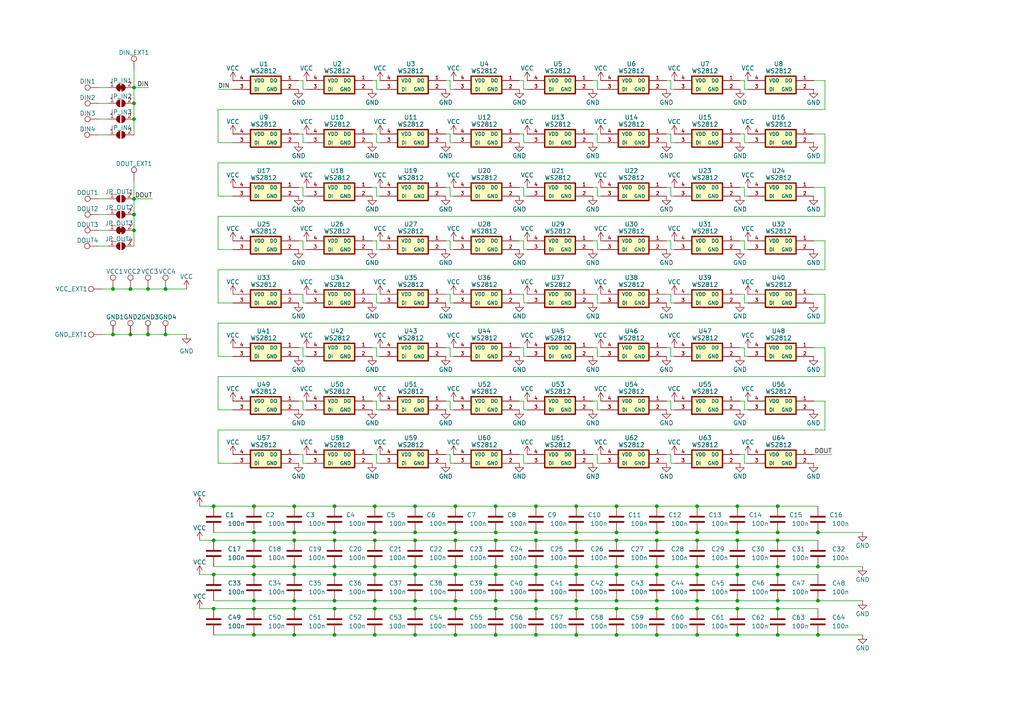
<source format=kicad_sch>
(kicad_sch (version 20211123) (generator eeschema)
  (paper "A4")
  (junction (at 155.448 156.718))
  (junction (at 143.764 146.812))
  (junction (at 32.766 83.82))
  (junction (at 190.5 166.624))
  (junction (at 167.132 174.244))
  (junction (at 108.712 156.718))
  (junction (at 73.66 156.718))
  (junction (at 237.236 184.15))
  (junction (at 120.396 146.812))
  (junction (at 143.764 184.15))
  (junction (at 190.5 156.718))
  (junction (at 85.344 154.432))
  (junction (at 167.132 164.338))
  (junction (at 85.344 156.718))
  (junction (at 32.766 97.028))
  (junction (at 190.5 174.244))
  (junction (at 225.552 166.624))
  (junction (at 167.132 166.624))
  (junction (at 202.184 156.718))
  (junction (at 213.868 174.244))
  (junction (at 132.08 164.338))
  (junction (at 38.862 66.802))
  (junction (at 167.132 146.812))
  (junction (at 37.846 97.028))
  (junction (at 213.868 154.432))
  (junction (at 143.764 176.53))
  (junction (at 202.184 176.53))
  (junction (at 178.816 184.15))
  (junction (at 73.66 176.53))
  (junction (at 61.976 156.718))
  (junction (at 108.712 176.53))
  (junction (at 38.862 62.23))
  (junction (at 97.028 184.15))
  (junction (at 38.862 29.972))
  (junction (at 178.816 176.53))
  (junction (at 38.862 57.658))
  (junction (at 178.816 156.718))
  (junction (at 120.396 154.432))
  (junction (at 61.976 146.812))
  (junction (at 120.396 166.624))
  (junction (at 132.08 166.624))
  (junction (at 190.5 164.338))
  (junction (at 97.028 156.718))
  (junction (at 143.764 156.718))
  (junction (at 178.816 146.812))
  (junction (at 237.236 154.432))
  (junction (at 85.344 166.624))
  (junction (at 73.66 146.812))
  (junction (at 225.552 176.53))
  (junction (at 225.552 146.812))
  (junction (at 190.5 184.15))
  (junction (at 143.764 166.624))
  (junction (at 85.344 164.338))
  (junction (at 120.396 174.244))
  (junction (at 155.448 146.812))
  (junction (at 155.448 184.15))
  (junction (at 132.08 176.53))
  (junction (at 108.712 146.812))
  (junction (at 143.764 154.432))
  (junction (at 225.552 156.718))
  (junction (at 190.5 154.432))
  (junction (at 120.396 164.338))
  (junction (at 97.028 166.624))
  (junction (at 202.184 166.624))
  (junction (at 97.028 164.338))
  (junction (at 73.66 184.15))
  (junction (at 167.132 156.718))
  (junction (at 132.08 184.15))
  (junction (at 155.448 154.432))
  (junction (at 213.868 156.718))
  (junction (at 225.552 164.338))
  (junction (at 85.344 176.53))
  (junction (at 120.396 184.15))
  (junction (at 61.976 166.624))
  (junction (at 167.132 184.15))
  (junction (at 37.846 83.82))
  (junction (at 237.236 164.338))
  (junction (at 61.976 176.53))
  (junction (at 132.08 174.244))
  (junction (at 167.132 176.53))
  (junction (at 108.712 174.244))
  (junction (at 85.344 146.812))
  (junction (at 202.184 184.15))
  (junction (at 73.66 166.624))
  (junction (at 97.028 154.432))
  (junction (at 132.08 156.718))
  (junction (at 202.184 146.812))
  (junction (at 38.862 25.4))
  (junction (at 120.396 156.718))
  (junction (at 213.868 176.53))
  (junction (at 213.868 146.812))
  (junction (at 85.344 184.15))
  (junction (at 132.08 154.432))
  (junction (at 73.66 174.244))
  (junction (at 225.552 184.15))
  (junction (at 120.396 176.53))
  (junction (at 178.816 164.338))
  (junction (at 73.66 164.338))
  (junction (at 213.868 164.338))
  (junction (at 178.816 174.244))
  (junction (at 97.028 176.53))
  (junction (at 108.712 164.338))
  (junction (at 202.184 174.244))
  (junction (at 155.448 176.53))
  (junction (at 167.132 154.432))
  (junction (at 108.712 184.15))
  (junction (at 48.006 97.028))
  (junction (at 143.764 174.244))
  (junction (at 225.552 174.244))
  (junction (at 73.66 154.432))
  (junction (at 202.184 164.338))
  (junction (at 178.816 166.624))
  (junction (at 48.006 83.82))
  (junction (at 225.552 154.432))
  (junction (at 213.868 166.624))
  (junction (at 190.5 176.53))
  (junction (at 190.5 146.812))
  (junction (at 108.712 166.624))
  (junction (at 132.08 146.812))
  (junction (at 97.028 174.244))
  (junction (at 155.448 174.244))
  (junction (at 237.236 174.244))
  (junction (at 143.764 164.338))
  (junction (at 213.868 184.15))
  (junction (at 85.344 174.244))
  (junction (at 202.184 154.432))
  (junction (at 155.448 166.624))
  (junction (at 97.028 146.812))
  (junction (at 108.712 154.432))
  (junction (at 178.816 154.432))
  (junction (at 42.926 83.82))
  (junction (at 155.448 164.338))
  (junction (at 42.926 97.028))
  (junction (at 38.862 34.544))
  (wire (pts (xy 152.908 56.896) (xy 151.892 56.896)))
  (wire (pts (xy 37.846 97.028) (xy 42.926 97.028)))
  (wire (pts (xy 173.228 69.85) (xy 171.958 69.85)))
  (wire (pts (xy 132.08 174.244) (xy 143.764 174.244)))
  (wire (pts (xy 87.884 85.344) (xy 87.884 87.884)))
  (wire (pts (xy 235.966 100.838) (xy 239.268 100.838)))
  (wire (pts (xy 109.22 54.356) (xy 107.95 54.356)))
  (wire (pts (xy 173.228 131.826) (xy 173.228 134.366)))
  (wire (pts (xy 151.892 25.908) (xy 151.892 23.368)))
  (wire (pts (xy 63.246 25.908) (xy 67.564 25.908)))
  (wire (pts (xy 109.22 23.368) (xy 107.95 23.368)))
  (wire (pts (xy 215.9 116.332) (xy 214.63 116.332)))
  (wire (pts (xy 87.884 100.838) (xy 86.614 100.838)))
  (wire (pts (xy 216.916 41.402) (xy 215.9 41.402)))
  (wire (pts (xy 85.344 164.338) (xy 97.028 164.338)))
  (wire (pts (xy 63.246 124.714) (xy 63.246 134.366)))
  (wire (pts (xy 216.916 72.39) (xy 215.9 72.39)))
  (wire (pts (xy 108.712 166.624) (xy 120.396 166.624)))
  (wire (pts (xy 194.564 56.896) (xy 194.564 54.356)))
  (wire (pts (xy 108.712 174.244) (xy 120.396 174.244)))
  (wire (pts (xy 194.564 118.872) (xy 194.564 116.332)))
  (wire (pts (xy 213.868 164.338) (xy 225.552 164.338)))
  (wire (pts (xy 195.58 103.378) (xy 194.564 103.378)))
  (wire (pts (xy 73.66 154.432) (xy 85.344 154.432)))
  (wire (pts (xy 61.976 164.338) (xy 73.66 164.338)))
  (wire (pts (xy 63.246 41.402) (xy 67.564 41.402)))
  (wire (pts (xy 178.816 164.338) (xy 190.5 164.338)))
  (wire (pts (xy 110.236 103.378) (xy 109.22 103.378)))
  (wire (pts (xy 202.184 164.338) (xy 213.868 164.338)))
  (wire (pts (xy 195.58 72.39) (xy 194.564 72.39)))
  (wire (pts (xy 109.22 56.896) (xy 109.22 54.356)))
  (wire (pts (xy 155.448 154.432) (xy 167.132 154.432)))
  (wire (pts (xy 239.268 116.332) (xy 239.268 124.714)))
  (wire (pts (xy 173.228 131.826) (xy 171.958 131.826)))
  (wire (pts (xy 173.228 54.356) (xy 171.958 54.356)))
  (wire (pts (xy 28.702 29.972) (xy 31.242 29.972)))
  (wire (pts (xy 130.556 41.402) (xy 130.556 38.862)))
  (wire (pts (xy 173.228 116.332) (xy 171.958 116.332)))
  (wire (pts (xy 195.58 134.366) (xy 194.564 134.366)))
  (wire (pts (xy 213.868 184.15) (xy 225.552 184.15)))
  (wire (pts (xy 178.816 166.624) (xy 190.5 166.624)))
  (wire (pts (xy 32.766 83.82) (xy 37.846 83.82)))
  (wire (pts (xy 87.884 69.85) (xy 86.614 69.85)))
  (wire (pts (xy 216.916 87.884) (xy 215.9 87.884)))
  (wire (pts (xy 215.9 38.862) (xy 214.63 38.862)))
  (wire (pts (xy 131.572 56.896) (xy 130.556 56.896)))
  (wire (pts (xy 63.246 47.244) (xy 63.246 56.896)))
  (wire (pts (xy 120.396 154.432) (xy 132.08 154.432)))
  (wire (pts (xy 130.556 103.378) (xy 130.556 100.838)))
  (wire (pts (xy 190.5 146.812) (xy 202.184 146.812)))
  (wire (pts (xy 155.448 146.812) (xy 167.132 146.812)))
  (wire (pts (xy 88.9 72.39) (xy 87.884 72.39)))
  (wire (pts (xy 173.228 85.344) (xy 171.958 85.344)))
  (wire (pts (xy 28.702 66.802) (xy 31.242 66.802)))
  (wire (pts (xy 235.966 54.356) (xy 239.268 54.356)))
  (wire (pts (xy 167.132 154.432) (xy 178.816 154.432)))
  (wire (pts (xy 151.892 87.884) (xy 151.892 85.344)))
  (wire (pts (xy 73.66 176.53) (xy 85.344 176.53)))
  (wire (pts (xy 109.22 100.838) (xy 107.95 100.838)))
  (wire (pts (xy 167.132 174.244) (xy 178.816 174.244)))
  (wire (pts (xy 61.976 154.432) (xy 73.66 154.432)))
  (wire (pts (xy 167.132 156.718) (xy 178.816 156.718)))
  (wire (pts (xy 178.816 176.53) (xy 190.5 176.53)))
  (wire (pts (xy 194.564 25.908) (xy 194.564 23.368)))
  (wire (pts (xy 239.268 38.862) (xy 239.268 47.244)))
  (wire (pts (xy 155.448 164.338) (xy 167.132 164.338)))
  (wire (pts (xy 110.236 118.872) (xy 109.22 118.872)))
  (wire (pts (xy 85.344 166.624) (xy 97.028 166.624)))
  (wire (pts (xy 215.9 87.884) (xy 215.9 85.344)))
  (wire (pts (xy 73.66 166.624) (xy 85.344 166.624)))
  (wire (pts (xy 213.868 176.53) (xy 225.552 176.53)))
  (wire (pts (xy 85.344 176.53) (xy 97.028 176.53)))
  (wire (pts (xy 194.564 134.366) (xy 194.564 131.826)))
  (wire (pts (xy 97.028 164.338) (xy 108.712 164.338)))
  (wire (pts (xy 216.916 25.908) (xy 215.9 25.908)))
  (wire (pts (xy 225.552 156.718) (xy 237.236 156.718)))
  (wire (pts (xy 152.908 72.39) (xy 151.892 72.39)))
  (wire (pts (xy 190.5 154.432) (xy 202.184 154.432)))
  (wire (pts (xy 190.5 176.53) (xy 202.184 176.53)))
  (wire (pts (xy 110.236 72.39) (xy 109.22 72.39)))
  (wire (pts (xy 130.556 56.896) (xy 130.556 54.356)))
  (wire (pts (xy 239.268 93.726) (xy 63.246 93.726)))
  (wire (pts (xy 130.556 116.332) (xy 129.286 116.332)))
  (wire (pts (xy 63.246 72.39) (xy 67.564 72.39)))
  (wire (pts (xy 63.246 118.872) (xy 67.564 118.872)))
  (wire (pts (xy 63.246 93.726) (xy 63.246 103.378)))
  (wire (pts (xy 88.9 103.378) (xy 87.884 103.378)))
  (wire (pts (xy 239.268 54.356) (xy 239.268 62.738)))
  (wire (pts (xy 130.556 87.884) (xy 130.556 85.344)))
  (wire (pts (xy 108.712 164.338) (xy 120.396 164.338)))
  (wire (pts (xy 178.816 156.718) (xy 190.5 156.718)))
  (wire (pts (xy 61.976 166.624) (xy 73.66 166.624)))
  (wire (pts (xy 87.884 85.344) (xy 86.614 85.344)))
  (wire (pts (xy 87.884 131.826) (xy 87.884 134.366)))
  (wire (pts (xy 28.702 25.4) (xy 31.242 25.4)))
  (wire (pts (xy 38.862 29.972) (xy 38.862 34.544)))
  (wire (pts (xy 151.892 56.896) (xy 151.892 54.356)))
  (wire (pts (xy 28.702 34.544) (xy 31.242 34.544)))
  (wire (pts (xy 109.22 25.908) (xy 109.22 23.368)))
  (wire (pts (xy 195.58 41.402) (xy 194.564 41.402)))
  (wire (pts (xy 131.572 103.378) (xy 130.556 103.378)))
  (wire (pts (xy 202.184 146.812) (xy 213.868 146.812)))
  (wire (pts (xy 85.344 174.244) (xy 97.028 174.244)))
  (wire (pts (xy 194.564 41.402) (xy 194.564 38.862)))
  (wire (pts (xy 109.22 85.344) (xy 107.95 85.344)))
  (wire (pts (xy 57.912 166.624) (xy 61.976 166.624)))
  (wire (pts (xy 143.764 146.812) (xy 155.448 146.812)))
  (wire (pts (xy 155.448 176.53) (xy 167.132 176.53)))
  (wire (pts (xy 38.862 25.4) (xy 38.862 29.972)))
  (wire (pts (xy 97.028 146.812) (xy 108.712 146.812)))
  (wire (pts (xy 97.028 156.718) (xy 108.712 156.718)))
  (wire (pts (xy 61.976 184.15) (xy 73.66 184.15)))
  (wire (pts (xy 87.884 69.85) (xy 87.884 72.39)))
  (wire (pts (xy 174.244 41.402) (xy 173.228 41.402)))
  (wire (pts (xy 143.764 164.338) (xy 155.448 164.338)))
  (wire (pts (xy 194.564 131.826) (xy 193.294 131.826)))
  (wire (pts (xy 151.892 134.366) (xy 151.892 131.826)))
  (wire (pts (xy 152.908 134.366) (xy 151.892 134.366)))
  (wire (pts (xy 61.976 174.244) (xy 73.66 174.244)))
  (wire (pts (xy 194.564 116.332) (xy 193.294 116.332)))
  (wire (pts (xy 155.448 156.718) (xy 167.132 156.718)))
  (wire (pts (xy 167.132 146.812) (xy 178.816 146.812)))
  (wire (pts (xy 87.884 38.862) (xy 86.614 38.862)))
  (wire (pts (xy 131.572 25.908) (xy 130.556 25.908)))
  (wire (pts (xy 213.868 174.244) (xy 225.552 174.244)))
  (wire (pts (xy 167.132 184.15) (xy 178.816 184.15)))
  (wire (pts (xy 73.66 174.244) (xy 85.344 174.244)))
  (wire (pts (xy 63.246 78.232) (xy 63.246 87.884)))
  (wire (pts (xy 190.5 184.15) (xy 202.184 184.15)))
  (wire (pts (xy 173.228 100.838) (xy 173.228 103.378)))
  (wire (pts (xy 213.868 156.718) (xy 225.552 156.718)))
  (wire (pts (xy 132.08 156.718) (xy 143.764 156.718)))
  (wire (pts (xy 120.396 164.338) (xy 132.08 164.338)))
  (wire (pts (xy 109.22 41.402) (xy 109.22 38.862)))
  (wire (pts (xy 109.22 116.332) (xy 107.95 116.332)))
  (wire (pts (xy 38.862 57.658) (xy 38.862 62.23)))
  (wire (pts (xy 143.764 176.53) (xy 155.448 176.53)))
  (wire (pts (xy 88.9 25.908) (xy 87.884 25.908)))
  (wire (pts (xy 216.916 134.366) (xy 215.9 134.366)))
  (wire (pts (xy 63.246 134.366) (xy 67.564 134.366)))
  (wire (pts (xy 239.268 124.714) (xy 63.246 124.714)))
  (wire (pts (xy 120.396 146.812) (xy 132.08 146.812)))
  (wire (pts (xy 215.9 100.838) (xy 214.63 100.838)))
  (wire (pts (xy 239.268 47.244) (xy 63.246 47.244)))
  (wire (pts (xy 213.868 154.432) (xy 225.552 154.432)))
  (wire (pts (xy 194.564 100.838) (xy 193.294 100.838)))
  (wire (pts (xy 239.268 78.232) (xy 63.246 78.232)))
  (wire (pts (xy 174.244 87.884) (xy 173.228 87.884)))
  (wire (pts (xy 151.892 69.85) (xy 150.622 69.85)))
  (wire (pts (xy 57.912 156.718) (xy 61.976 156.718)))
  (wire (pts (xy 87.884 116.332) (xy 86.614 116.332)))
  (wire (pts (xy 225.552 176.53) (xy 237.236 176.53)))
  (wire (pts (xy 174.244 72.39) (xy 173.228 72.39)))
  (wire (pts (xy 216.916 118.872) (xy 215.9 118.872)))
  (wire (pts (xy 151.892 100.838) (xy 150.622 100.838)))
  (wire (pts (xy 190.5 174.244) (xy 202.184 174.244)))
  (wire (pts (xy 173.228 100.838) (xy 171.958 100.838)))
  (wire (pts (xy 57.912 176.53) (xy 61.976 176.53)))
  (wire (pts (xy 225.552 164.338) (xy 237.236 164.338)))
  (wire (pts (xy 174.244 103.378) (xy 173.228 103.378)))
  (wire (pts (xy 235.966 131.826) (xy 241.3 131.826)))
  (wire (pts (xy 131.572 118.872) (xy 130.556 118.872)))
  (wire (pts (xy 87.884 23.368) (xy 87.884 25.908)))
  (wire (pts (xy 130.556 54.356) (xy 129.286 54.356)))
  (wire (pts (xy 38.862 34.544) (xy 38.862 39.116)))
  (wire (pts (xy 151.892 38.862) (xy 150.622 38.862)))
  (wire (pts (xy 190.5 164.338) (xy 202.184 164.338)))
  (wire (pts (xy 73.66 156.718) (xy 85.344 156.718)))
  (wire (pts (xy 28.702 62.23) (xy 31.242 62.23)))
  (wire (pts (xy 178.816 146.812) (xy 190.5 146.812)))
  (wire (pts (xy 239.268 62.738) (xy 63.246 62.738)))
  (wire (pts (xy 167.132 176.53) (xy 178.816 176.53)))
  (wire (pts (xy 109.22 87.884) (xy 109.22 85.344)))
  (wire (pts (xy 215.9 69.85) (xy 214.63 69.85)))
  (wire (pts (xy 130.556 85.344) (xy 129.286 85.344)))
  (wire (pts (xy 195.58 118.872) (xy 194.564 118.872)))
  (wire (pts (xy 32.766 97.028) (xy 37.846 97.028)))
  (wire (pts (xy 87.884 54.356) (xy 87.884 56.896)))
  (wire (pts (xy 73.66 184.15) (xy 85.344 184.15)))
  (wire (pts (xy 108.712 184.15) (xy 120.396 184.15)))
  (wire (pts (xy 143.764 154.432) (xy 155.448 154.432)))
  (wire (pts (xy 88.9 134.366) (xy 87.884 134.366)))
  (wire (pts (xy 215.9 131.826) (xy 214.63 131.826)))
  (wire (pts (xy 61.976 176.53) (xy 73.66 176.53)))
  (wire (pts (xy 174.244 56.896) (xy 173.228 56.896)))
  (wire (pts (xy 235.966 69.85) (xy 239.268 69.85)))
  (wire (pts (xy 239.268 31.75) (xy 63.246 31.75)))
  (wire (pts (xy 237.236 164.338) (xy 250.19 164.338)))
  (wire (pts (xy 213.868 146.812) (xy 225.552 146.812)))
  (wire (pts (xy 63.246 31.75) (xy 63.246 41.402)))
  (wire (pts (xy 155.448 174.244) (xy 167.132 174.244)))
  (wire (pts (xy 85.344 146.812) (xy 97.028 146.812)))
  (wire (pts (xy 28.702 57.658) (xy 31.242 57.658)))
  (wire (pts (xy 194.564 38.862) (xy 193.294 38.862)))
  (wire (pts (xy 48.006 97.028) (xy 54.102 97.028)))
  (wire (pts (xy 151.892 118.872) (xy 151.892 116.332)))
  (wire (pts (xy 216.916 56.896) (xy 215.9 56.896)))
  (wire (pts (xy 37.846 83.82) (xy 42.926 83.82)))
  (wire (pts (xy 110.236 41.402) (xy 109.22 41.402)))
  (wire (pts (xy 151.892 85.344) (xy 150.622 85.344)))
  (wire (pts (xy 215.9 54.356) (xy 214.63 54.356)))
  (wire (pts (xy 143.764 174.244) (xy 155.448 174.244)))
  (wire (pts (xy 215.9 118.872) (xy 215.9 116.332)))
  (wire (pts (xy 85.344 156.718) (xy 97.028 156.718)))
  (wire (pts (xy 88.9 41.402) (xy 87.884 41.402)))
  (wire (pts (xy 173.228 116.332) (xy 173.228 118.872)))
  (wire (pts (xy 202.184 166.624) (xy 213.868 166.624)))
  (wire (pts (xy 120.396 156.718) (xy 132.08 156.718)))
  (wire (pts (xy 73.66 146.812) (xy 85.344 146.812)))
  (wire (pts (xy 85.344 154.432) (xy 97.028 154.432)))
  (wire (pts (xy 173.228 69.85) (xy 173.228 72.39)))
  (wire (pts (xy 235.966 85.344) (xy 239.268 85.344)))
  (wire (pts (xy 213.868 166.624) (xy 225.552 166.624)))
  (wire (pts (xy 152.908 41.402) (xy 151.892 41.402)))
  (wire (pts (xy 38.862 66.802) (xy 38.862 71.374)))
  (wire (pts (xy 131.572 87.884) (xy 130.556 87.884)))
  (wire (pts (xy 173.228 54.356) (xy 173.228 56.896)))
  (wire (pts (xy 132.08 154.432) (xy 143.764 154.432)))
  (wire (pts (xy 195.58 87.884) (xy 194.564 87.884)))
  (wire (pts (xy 178.816 154.432) (xy 190.5 154.432)))
  (wire (pts (xy 239.268 100.838) (xy 239.268 109.22)))
  (wire (pts (xy 152.908 103.378) (xy 151.892 103.378)))
  (wire (pts (xy 87.884 131.826) (xy 86.614 131.826)))
  (wire (pts (xy 87.884 100.838) (xy 87.884 103.378)))
  (wire (pts (xy 109.22 134.366) (xy 109.22 131.826)))
  (wire (pts (xy 178.816 174.244) (xy 190.5 174.244)))
  (wire (pts (xy 63.246 103.378) (xy 67.564 103.378)))
  (wire (pts (xy 131.572 41.402) (xy 130.556 41.402)))
  (wire (pts (xy 151.892 41.402) (xy 151.892 38.862)))
  (wire (pts (xy 88.9 118.872) (xy 87.884 118.872)))
  (wire (pts (xy 178.816 184.15) (xy 190.5 184.15)))
  (wire (pts (xy 73.66 164.338) (xy 85.344 164.338)))
  (wire (pts (xy 167.132 166.624) (xy 178.816 166.624)))
  (wire (pts (xy 215.9 103.378) (xy 215.9 100.838)))
  (wire (pts (xy 131.572 72.39) (xy 130.556 72.39)))
  (wire (pts (xy 130.556 23.368) (xy 129.286 23.368)))
  (wire (pts (xy 152.908 118.872) (xy 151.892 118.872)))
  (wire (pts (xy 215.9 134.366) (xy 215.9 131.826)))
  (wire (pts (xy 190.5 166.624) (xy 202.184 166.624)))
  (wire (pts (xy 215.9 85.344) (xy 214.63 85.344)))
  (wire (pts (xy 202.184 156.718) (xy 213.868 156.718)))
  (wire (pts (xy 38.862 25.4) (xy 43.18 25.4)))
  (wire (pts (xy 130.556 100.838) (xy 129.286 100.838)))
  (wire (pts (xy 237.236 154.432) (xy 250.19 154.432)))
  (wire (pts (xy 173.228 38.862) (xy 171.958 38.862)))
  (wire (pts (xy 88.9 56.896) (xy 87.884 56.896)))
  (wire (pts (xy 28.575 39.116) (xy 31.242 39.116)))
  (wire (pts (xy 239.268 23.368) (xy 239.268 31.75)))
  (wire (pts (xy 151.892 23.368) (xy 150.622 23.368)))
  (wire (pts (xy 97.028 166.624) (xy 108.712 166.624)))
  (wire (pts (xy 167.132 164.338) (xy 178.816 164.338)))
  (wire (pts (xy 63.246 87.884) (xy 67.564 87.884)))
  (wire (pts (xy 120.396 174.244) (xy 132.08 174.244)))
  (wire (pts (xy 48.006 83.82) (xy 54.102 83.82)))
  (wire (pts (xy 130.556 134.366) (xy 130.556 131.826)))
  (wire (pts (xy 97.028 184.15) (xy 108.712 184.15)))
  (wire (pts (xy 130.556 72.39) (xy 130.556 69.85)))
  (wire (pts (xy 63.246 56.896) (xy 67.564 56.896)))
  (wire (pts (xy 225.552 154.432) (xy 237.236 154.432)))
  (wire (pts (xy 38.862 62.23) (xy 38.862 66.802)))
  (wire (pts (xy 97.028 176.53) (xy 108.712 176.53)))
  (wire (pts (xy 120.396 176.53) (xy 132.08 176.53)))
  (wire (pts (xy 174.244 25.908) (xy 173.228 25.908)))
  (wire (pts (xy 109.22 72.39) (xy 109.22 69.85)))
  (wire (pts (xy 61.976 146.812) (xy 73.66 146.812)))
  (wire (pts (xy 151.892 54.356) (xy 150.622 54.356)))
  (wire (pts (xy 28.575 71.374) (xy 31.242 71.374)))
  (wire (pts (xy 215.9 25.908) (xy 215.9 23.368)))
  (wire (pts (xy 225.552 146.812) (xy 237.236 146.812)))
  (wire (pts (xy 109.22 103.378) (xy 109.22 100.838)))
  (wire (pts (xy 29.718 83.82) (xy 32.766 83.82)))
  (wire (pts (xy 42.926 97.028) (xy 48.006 97.028)))
  (wire (pts (xy 97.028 174.244) (xy 108.712 174.244)))
  (wire (pts (xy 63.246 62.738) (xy 63.246 72.39)))
  (wire (pts (xy 42.926 83.82) (xy 48.006 83.82)))
  (wire (pts (xy 130.556 69.85) (xy 129.286 69.85)))
  (wire (pts (xy 97.028 154.432) (xy 108.712 154.432)))
  (wire (pts (xy 132.08 184.15) (xy 143.764 184.15)))
  (wire (pts (xy 225.552 184.15) (xy 237.236 184.15)))
  (wire (pts (xy 132.08 164.338) (xy 143.764 164.338)))
  (wire (pts (xy 38.862 20.32) (xy 38.862 25.4)))
  (wire (pts (xy 215.9 23.368) (xy 214.63 23.368)))
  (wire (pts (xy 194.564 23.368) (xy 193.294 23.368)))
  (wire (pts (xy 110.236 134.366) (xy 109.22 134.366)))
  (wire (pts (xy 194.564 103.378) (xy 194.564 100.838)))
  (wire (pts (xy 237.236 184.15) (xy 250.19 184.15)))
  (wire (pts (xy 202.184 154.432) (xy 213.868 154.432)))
  (wire (pts (xy 108.712 154.432) (xy 120.396 154.432)))
  (wire (pts (xy 130.556 131.826) (xy 129.286 131.826)))
  (wire (pts (xy 87.884 23.368) (xy 86.614 23.368)))
  (wire (pts (xy 63.246 109.22) (xy 63.246 118.872)))
  (wire (pts (xy 29.718 97.028) (xy 32.766 97.028)))
  (wire (pts (xy 57.912 146.812) (xy 61.976 146.812)))
  (wire (pts (xy 215.9 56.896) (xy 215.9 54.356)))
  (wire (pts (xy 87.884 38.862) (xy 87.884 41.402)))
  (wire (pts (xy 225.552 174.244) (xy 237.236 174.244)))
  (wire (pts (xy 195.58 56.896) (xy 194.564 56.896)))
  (wire (pts (xy 194.564 69.85) (xy 193.294 69.85)))
  (wire (pts (xy 235.966 38.862) (xy 239.268 38.862)))
  (wire (pts (xy 194.564 87.884) (xy 194.564 85.344)))
  (wire (pts (xy 173.228 85.344) (xy 173.228 87.884)))
  (wire (pts (xy 38.862 57.658) (xy 44.196 57.658)))
  (wire (pts (xy 108.712 156.718) (xy 120.396 156.718)))
  (wire (pts (xy 173.228 23.368) (xy 171.958 23.368)))
  (wire (pts (xy 239.268 109.22) (xy 63.246 109.22)))
  (wire (pts (xy 152.908 25.908) (xy 151.892 25.908)))
  (wire (pts (xy 109.22 118.872) (xy 109.22 116.332)))
  (wire (pts (xy 235.966 23.368) (xy 239.268 23.368)))
  (wire (pts (xy 61.976 156.718) (xy 73.66 156.718)))
  (wire (pts (xy 155.448 184.15) (xy 167.132 184.15)))
  (wire (pts (xy 202.184 174.244) (xy 213.868 174.244)))
  (wire (pts (xy 130.556 25.908) (xy 130.556 23.368)))
  (wire (pts (xy 110.236 87.884) (xy 109.22 87.884)))
  (wire (pts (xy 38.862 52.578) (xy 38.862 57.658)))
  (wire (pts (xy 87.884 116.332) (xy 87.884 118.872)))
  (wire (pts (xy 174.244 118.872) (xy 173.228 118.872)))
  (wire (pts (xy 132.08 166.624) (xy 143.764 166.624)))
  (wire (pts (xy 108.712 176.53) (xy 120.396 176.53)))
  (wire (pts (xy 87.884 54.356) (xy 86.614 54.356)))
  (wire (pts (xy 173.228 38.862) (xy 173.228 41.402)))
  (wire (pts (xy 120.396 166.624) (xy 132.08 166.624)))
  (wire (pts (xy 173.228 23.368) (xy 173.228 25.908)))
  (wire (pts (xy 151.892 103.378) (xy 151.892 100.838)))
  (wire (pts (xy 194.564 85.344) (xy 193.294 85.344)))
  (wire (pts (xy 174.244 134.366) (xy 173.228 134.366)))
  (wire (pts (xy 195.58 25.908) (xy 194.564 25.908)))
  (wire (pts (xy 216.916 103.378) (xy 215.9 103.378)))
  (wire (pts (xy 190.5 156.718) (xy 202.184 156.718)))
  (wire (pts (xy 239.268 85.344) (xy 239.268 93.726)))
  (wire (pts (xy 225.552 166.624) (xy 237.236 166.624)))
  (wire (pts (xy 215.9 72.39) (xy 215.9 69.85)))
  (wire (pts (xy 152.908 87.884) (xy 151.892 87.884)))
  (wire (pts (xy 155.448 166.624) (xy 167.132 166.624)))
  (wire (pts (xy 108.712 146.812) (xy 120.396 146.812)))
  (wire (pts (xy 151.892 116.332) (xy 150.622 116.332)))
  (wire (pts (xy 130.556 118.872) (xy 130.556 116.332)))
  (wire (pts (xy 132.08 146.812) (xy 143.764 146.812)))
  (wire (pts (xy 143.764 166.624) (xy 155.448 166.624)))
  (wire (pts (xy 202.184 176.53) (xy 213.868 176.53)))
  (wire (pts (xy 194.564 72.39) (xy 194.564 69.85)))
  (wire (pts (xy 143.764 184.15) (xy 155.448 184.15)))
  (wire (pts (xy 132.08 176.53) (xy 143.764 176.53)))
  (wire (pts (xy 239.268 69.85) (xy 239.268 78.232)))
  (wire (pts (xy 110.236 25.908) (xy 109.22 25.908)))
  (wire (pts (xy 143.764 156.718) (xy 155.448 156.718)))
  (wire (pts (xy 85.344 184.15) (xy 97.028 184.15)))
  (wire (pts (xy 151.892 131.826) (xy 150.622 131.826)))
  (wire (pts (xy 194.564 54.356) (xy 193.294 54.356)))
  (wire (pts (xy 131.572 134.366) (xy 130.556 134.366)))
  (wire (pts (xy 88.9 87.884) (xy 87.884 87.884)))
  (wire (pts (xy 110.236 56.896) (xy 109.22 56.896)))
  (wire (pts (xy 235.966 116.332) (xy 239.268 116.332)))
  (wire (pts (xy 151.892 72.39) (xy 151.892 69.85)))
  (wire (pts (xy 109.22 69.85) (xy 107.95 69.85)))
  (wire (pts (xy 215.9 41.402) (xy 215.9 38.862)))
  (wire (pts (xy 109.22 38.862) (xy 107.95 38.862)))
  (wire (pts (xy 130.556 38.862) (xy 129.286 38.862)))
  (wire (pts (xy 109.22 131.826) (xy 107.95 131.826)))
  (wire (pts (xy 202.184 184.15) (xy 213.868 184.15)))
  (wire (pts (xy 120.396 184.15) (xy 132.08 184.15)))
  (wire (pts (xy 237.236 174.244) (xy 250.19 174.244)))
  (label "DOUT" (at 241.3 131.826 180))
  (label "DIN" (at 43.18 25.4 180))
  (label "DIN" (at 63.246 25.908 0))
  (label "DOUT" (at 44.196 57.658 180))
  (symbol (lib_id "Jumper:SolderJumper_2_Open") (at 35.052 34.544 0) (unit 1)
    (property "Reference" "JP_IN3" (at 35.052 32.512 0))
    (property "Value" "SolderJumper_2_Open" (effects hide))
    (property "Footprint" "Jumper:SolderJumper-2_P1.3mm_Open_Pad1.0x1.5mm" (effects hide))
  )
  (symbol (lib_id "Jumper:SolderJumper_2_Open") (at 35.052 57.658 0) (unit 1)
    (property "Reference" "JP_OUT1" (at 30.48 55.626 0) (effects (justify left)))
    (property "Value" "SolderJumper_2_Open" (effects hide))
    (property "Footprint" "Jumper:SolderJumper-2_P1.3mm_Open_Pad1.0x1.5mm" (effects hide))
  )
  (symbol (lib_id "Connector:TestPoint") (at 37.846 97.028 0) (unit 1)
    (property "Reference" "GND2" (at 35.814 91.948 0) (effects (justify left)))
    (property "Value" "GND" (effects hide))
    (property "Footprint" "TestPoint:TestPoint_Pad_3.0x3.0mm" (effects hide))
  )
  (symbol (lib_id "power:VCC") (at 195.58 100.838 0) (mirror y) (unit 1)
    (property "Reference" "#PWR087" (effects hide))
    (property "Value" "VCC" (at 195.58 97.282 0))
  )
  (symbol (lib_id "Connector:TestPoint") (at 28.702 57.658 90) (unit 1)
    (property "Reference" "DOUT1" (at 25.4 55.88 90))
    (property "Value" "DOUT" (effects hide))
    (property "Footprint" "TestPoint:TestPoint_Pad_3.0x3.0mm" (effects hide))
  )
  (symbol (lib_id "Device:C") (at 97.028 150.622 0) (unit 1)
    (property "Reference" "C4" (at 100.33 149.352 0) (effects (justify left)))
    (property "Value" "100n" (at 101.092 151.8919 0) (effects (justify left)))
    (property "Footprint" "Capacitor_SMD:C_0402_1005Metric" (effects hide))
  )
  (symbol (lib_id "power:VCC") (at 67.564 54.356 0) (mirror y) (unit 1)
    (property "Reference" "#PWR033" (effects hide))
    (property "Value" "VCC" (at 67.564 50.8 0))
  )
  (symbol (lib_id "WS2812-2020:WS2812-2020") (at 97.79 133.096 0) (mirror y) (unit 1)
    (property "Reference" "U58" (at 97.79 127 0))
    (property "Value" "WS2812" (at 97.79 129.032 0))
    (property "Footprint" "WS2812-2020:LED_WS2812-2020" (effects hide))
    (property "MANUFACTURER" "Worldsemi" (effects hide))
    (property "STANDARD" "Manufacturer Recommendations" (effects hide))
  )
  (symbol (lib_id "power:GND") (at 193.294 103.378 0) (mirror y) (unit 1)
    (property "Reference" "#PWR094" (effects hide))
    (property "Value" "GND" (at 193.294 107.188 0))
  )
  (symbol (lib_id "power:VCC") (at 216.916 100.838 0) (mirror y) (unit 1)
    (property "Reference" "#PWR088" (effects hide))
    (property "Value" "VCC" (at 216.916 97.282 0))
  )
  (symbol (lib_id "WS2812-2020:WS2812-2020") (at 119.126 102.108 0) (mirror y) (unit 1)
    (property "Reference" "U43" (at 119.126 96.012 0))
    (property "Value" "WS2812" (at 119.126 98.044 0))
    (property "Footprint" "WS2812-2020:LED_WS2812-2020" (effects hide))
    (property "MANUFACTURER" "Worldsemi" (effects hide))
    (property "STANDARD" "Manufacturer Recommendations" (effects hide))
  )
  (symbol (lib_id "power:VCC") (at 131.572 54.356 0) (mirror y) (unit 1)
    (property "Reference" "#PWR036" (effects hide))
    (property "Value" "VCC" (at 131.572 50.8 0))
  )
  (symbol (lib_id "power:VCC") (at 88.9 38.862 0) (mirror y) (unit 1)
    (property "Reference" "#PWR010" (effects hide))
    (property "Value" "VCC" (at 88.9 35.306 0))
  )
  (symbol (lib_id "power:GND") (at 214.63 118.872 0) (mirror y) (unit 1)
    (property "Reference" "#PWR0113" (effects hide))
    (property "Value" "GND" (at 214.63 122.682 0))
  )
  (symbol (lib_id "WS2812-2020:WS2812-2020") (at 225.806 133.096 0) (mirror y) (unit 1)
    (property "Reference" "U64" (at 225.806 127 0))
    (property "Value" "WS2812" (at 225.806 129.032 0))
    (property "Footprint" "WS2812-2020:LED_WS2812-2020" (effects hide))
    (property "MANUFACTURER" "Worldsemi" (effects hide))
    (property "STANDARD" "Manufacturer Recommendations" (effects hide))
  )
  (symbol (lib_id "Device:C") (at 108.712 170.434 0) (unit 1)
    (property "Reference" "C37" (at 112.776 169.1639 0) (effects (justify left)))
    (property "Value" "100n" (at 112.776 171.7039 0) (effects (justify left)))
    (property "Footprint" "Capacitor_SMD:C_0402_1005Metric" (effects hide))
  )
  (symbol (lib_id "Device:C") (at 190.5 160.528 0) (unit 1)
    (property "Reference" "C28" (at 194.564 159.2579 0) (effects (justify left)))
    (property "Value" "100n" (at 194.564 161.7979 0) (effects (justify left)))
    (property "Footprint" "Capacitor_SMD:C_0402_1005Metric" (effects hide))
  )
  (symbol (lib_id "WS2812-2020:WS2812-2020") (at 204.47 133.096 0) (mirror y) (unit 1)
    (property "Reference" "U63" (at 204.47 127 0))
    (property "Value" "WS2812" (at 204.47 129.032 0))
    (property "Footprint" "WS2812-2020:LED_WS2812-2020" (effects hide))
    (property "MANUFACTURER" "Worldsemi" (effects hide))
    (property "STANDARD" "Manufacturer Recommendations" (effects hide))
  )
  (symbol (lib_id "power:GND") (at 150.622 41.402 0) (mirror y) (unit 1)
    (property "Reference" "#PWR028" (effects hide))
    (property "Value" "GND" (at 150.622 45.212 0))
  )
  (symbol (lib_id "Connector:TestPoint") (at 38.862 20.32 0) (unit 1)
    (property "Reference" "DIN_EXT1" (at 38.862 15.24 0))
    (property "Value" "DIN" (effects hide))
    (property "Footprint" "TestPoint:TestPoint_Pad_D3.0mm" (effects hide))
  )
  (symbol (lib_id "power:GND") (at 107.95 87.884 0) (mirror y) (unit 1)
    (property "Reference" "#PWR074" (effects hide))
    (property "Value" "GND" (at 107.95 91.694 0))
  )
  (symbol (lib_id "power:VCC") (at 88.9 23.368 0) (mirror y) (unit 1)
    (property "Reference" "#PWR02" (effects hide))
    (property "Value" "VCC" (at 88.9 19.812 0))
  )
  (symbol (lib_id "power:VCC") (at 152.908 69.85 0) (mirror y) (unit 1)
    (property "Reference" "#PWR053" (effects hide))
    (property "Value" "VCC" (at 152.908 66.294 0))
  )
  (symbol (lib_id "WS2812-2020:WS2812-2020") (at 97.79 55.626 0) (mirror y) (unit 1)
    (property "Reference" "U18" (at 97.79 49.53 0))
    (property "Value" "WS2812" (at 97.79 51.562 0))
    (property "Footprint" "WS2812-2020:LED_WS2812-2020" (effects hide))
    (property "MANUFACTURER" "Worldsemi" (effects hide))
    (property "STANDARD" "Manufacturer Recommendations" (effects hide))
  )
  (symbol (lib_id "Device:C") (at 237.236 160.528 0) (unit 1)
    (property "Reference" "C32" (at 241.3 159.2579 0) (effects (justify left)))
    (property "Value" "100n" (at 241.3 161.7979 0) (effects (justify left)))
    (property "Footprint" "Capacitor_SMD:C_0402_1005Metric" (effects hide))
  )
  (symbol (lib_id "power:VCC") (at 110.236 69.85 0) (mirror y) (unit 1)
    (property "Reference" "#PWR051" (effects hide))
    (property "Value" "VCC" (at 110.236 66.294 0))
  )
  (symbol (lib_id "power:VCC") (at 110.236 116.332 0) (mirror y) (unit 1)
    (property "Reference" "#PWR099" (effects hide))
    (property "Value" "VCC" (at 110.236 112.776 0))
  )
  (symbol (lib_id "power:GND") (at 214.63 56.896 0) (mirror y) (unit 1)
    (property "Reference" "#PWR047" (effects hide))
    (property "Value" "GND" (at 214.63 60.706 0))
  )
  (symbol (lib_id "WS2812-2020:WS2812-2020") (at 225.806 86.614 0) (mirror y) (unit 1)
    (property "Reference" "U40" (at 225.806 80.518 0))
    (property "Value" "WS2812" (at 225.806 82.55 0))
    (property "Footprint" "WS2812-2020:LED_WS2812-2020" (effects hide))
    (property "MANUFACTURER" "Worldsemi" (effects hide))
    (property "STANDARD" "Manufacturer Recommendations" (effects hide))
  )
  (symbol (lib_id "WS2812-2020:WS2812-2020") (at 161.798 117.602 0) (mirror y) (unit 1)
    (property "Reference" "U53" (at 161.798 111.506 0))
    (property "Value" "WS2812" (at 161.798 113.538 0))
    (property "Footprint" "WS2812-2020:LED_WS2812-2020" (effects hide))
    (property "MANUFACTURER" "Worldsemi" (effects hide))
    (property "STANDARD" "Manufacturer Recommendations" (effects hide))
  )
  (symbol (lib_id "WS2812-2020:WS2812-2020") (at 225.806 55.626 0) (mirror y) (unit 1)
    (property "Reference" "U24" (at 225.806 49.53 0))
    (property "Value" "WS2812" (at 225.806 51.562 0))
    (property "Footprint" "WS2812-2020:LED_WS2812-2020" (effects hide))
    (property "MANUFACTURER" "Worldsemi" (effects hide))
    (property "STANDARD" "Manufacturer Recommendations" (effects hide))
  )
  (symbol (lib_id "Device:C") (at 120.396 170.434 0) (unit 1)
    (property "Reference" "C38" (at 124.46 169.1639 0) (effects (justify left)))
    (property "Value" "100n" (at 124.46 171.7039 0) (effects (justify left)))
    (property "Footprint" "Capacitor_SMD:C_0402_1005Metric" (effects hide))
  )
  (symbol (lib_id "power:GND") (at 171.958 118.872 0) (mirror y) (unit 1)
    (property "Reference" "#PWR0111" (effects hide))
    (property "Value" "GND" (at 171.958 122.682 0))
  )
  (symbol (lib_id "power:GND") (at 193.294 25.908 0) (mirror y) (unit 1)
    (property "Reference" "#PWR022" (effects hide))
    (property "Value" "GND" (at 193.294 29.718 0))
  )
  (symbol (lib_id "power:VCC") (at 174.244 54.356 0) (mirror y) (unit 1)
    (property "Reference" "#PWR038" (effects hide))
    (property "Value" "VCC" (at 174.244 50.8 0))
  )
  (symbol (lib_id "Connector:TestPoint") (at 28.702 34.544 90) (unit 1)
    (property "Reference" "DIN3" (at 25.4 32.893 90))
    (property "Value" "DIN" (effects hide))
    (property "Footprint" "TestPoint:TestPoint_Pad_3.0x3.0mm" (effects hide))
  )
  (symbol (lib_id "power:VCC") (at 195.58 131.826 0) (mirror y) (unit 1)
    (property "Reference" "#PWR0121" (effects hide))
    (property "Value" "VCC" (at 195.58 128.27 0))
  )
  (symbol (lib_id "WS2812-2020:WS2812-2020") (at 119.126 133.096 0) (mirror y) (unit 1)
    (property "Reference" "U59" (at 119.126 127 0))
    (property "Value" "WS2812" (at 119.126 129.032 0))
    (property "Footprint" "WS2812-2020:LED_WS2812-2020" (effects hide))
    (property "MANUFACTURER" "Worldsemi" (effects hide))
    (property "STANDARD" "Manufacturer Recommendations" (effects hide))
  )
  (symbol (lib_id "power:VCC") (at 88.9 116.332 0) (mirror y) (unit 1)
    (property "Reference" "#PWR098" (effects hide))
    (property "Value" "VCC" (at 88.9 112.776 0))
  )
  (symbol (lib_id "WS2812-2020:WS2812-2020") (at 225.806 71.12 0) (mirror y) (unit 1)
    (property "Reference" "U32" (at 225.806 65.024 0))
    (property "Value" "WS2812" (at 225.806 67.056 0))
    (property "Footprint" "WS2812-2020:LED_WS2812-2020" (effects hide))
    (property "MANUFACTURER" "Worldsemi" (effects hide))
    (property "STANDARD" "Manufacturer Recommendations" (effects hide))
  )
  (symbol (lib_id "Device:C") (at 225.552 160.528 0) (unit 1)
    (property "Reference" "C31" (at 229.616 159.2579 0) (effects (justify left)))
    (property "Value" "100n" (at 229.616 161.7979 0) (effects (justify left)))
    (property "Footprint" "Capacitor_SMD:C_0402_1005Metric" (effects hide))
  )
  (symbol (lib_id "WS2812-2020:WS2812-2020") (at 183.134 133.096 0) (mirror y) (unit 1)
    (property "Reference" "U62" (at 183.134 127 0))
    (property "Value" "WS2812" (at 183.134 129.032 0))
    (property "Footprint" "WS2812-2020:LED_WS2812-2020" (effects hide))
    (property "MANUFACTURER" "Worldsemi" (effects hide))
    (property "STANDARD" "Manufacturer Recommendations" (effects hide))
  )
  (symbol (lib_id "power:GND") (at 107.95 72.39 0) (mirror y) (unit 1)
    (property "Reference" "#PWR058" (effects hide))
    (property "Value" "GND" (at 107.95 76.2 0))
  )
  (symbol (lib_id "WS2812-2020:WS2812-2020") (at 140.462 117.602 0) (mirror y) (unit 1)
    (property "Reference" "U52" (at 140.462 111.506 0))
    (property "Value" "WS2812" (at 140.462 113.538 0))
    (property "Footprint" "WS2812-2020:LED_WS2812-2020" (effects hide))
    (property "MANUFACTURER" "Worldsemi" (effects hide))
    (property "STANDARD" "Manufacturer Recommendations" (effects hide))
  )
  (symbol (lib_id "power:GND") (at 86.614 41.402 0) (mirror y) (unit 1)
    (property "Reference" "#PWR025" (effects hide))
    (property "Value" "GND" (at 86.614 45.212 0))
  )
  (symbol (lib_id "Device:C") (at 213.868 150.622 0) (unit 1)
    (property "Reference" "C14" (at 217.17 149.352 0) (effects (justify left)))
    (property "Value" "100n" (at 217.932 151.8919 0) (effects (justify left)))
    (property "Footprint" "Capacitor_SMD:C_0402_1005Metric" (effects hide))
  )
  (symbol (lib_id "power:GND") (at 235.966 87.884 0) (mirror y) (unit 1)
    (property "Reference" "#PWR080" (effects hide))
    (property "Value" "GND" (at 235.966 91.694 0))
  )
  (symbol (lib_id "power:VCC") (at 67.564 69.85 0) (mirror y) (unit 1)
    (property "Reference" "#PWR049" (effects hide))
    (property "Value" "VCC" (at 67.564 66.294 0))
  )
  (symbol (lib_id "power:VCC") (at 216.916 54.356 0) (mirror y) (unit 1)
    (property "Reference" "#PWR040" (effects hide))
    (property "Value" "VCC" (at 216.916 50.8 0))
  )
  (symbol (lib_id "Device:C") (at 167.132 180.34 0) (unit 1)
    (property "Reference" "C58" (at 171.196 179.0699 0) (effects (justify left)))
    (property "Value" "100n" (at 171.196 181.6099 0) (effects (justify left)))
    (property "Footprint" "Capacitor_SMD:C_0402_1005Metric" (effects hide))
  )
  (symbol (lib_id "Device:C") (at 108.712 150.622 0) (unit 1)
    (property "Reference" "C5" (at 112.014 149.352 0) (effects (justify left)))
    (property "Value" "100n" (at 112.776 151.8919 0) (effects (justify left)))
    (property "Footprint" "Capacitor_SMD:C_0402_1005Metric" (effects hide))
  )
  (symbol (lib_id "Device:C") (at 143.764 170.434 0) (unit 1)
    (property "Reference" "C40" (at 147.828 169.1639 0) (effects (justify left)))
    (property "Value" "100n" (at 147.828 171.7039 0) (effects (justify left)))
    (property "Footprint" "Capacitor_SMD:C_0402_1005Metric" (effects hide))
  )
  (symbol (lib_id "Jumper:SolderJumper_2_Open") (at 35.052 39.116 0) (unit 1)
    (property "Reference" "JP_IN4" (at 35.052 37.084 0))
    (property "Value" "SolderJumper_2_Open" (effects hide))
    (property "Footprint" "Jumper:SolderJumper-2_P1.3mm_Open_Pad1.0x1.5mm" (effects hide))
  )
  (symbol (lib_id "Device:C") (at 73.66 180.34 0) (unit 1)
    (property "Reference" "C50" (at 77.724 179.0699 0) (effects (justify left)))
    (property "Value" "100n" (at 77.724 181.6099 0) (effects (justify left)))
    (property "Footprint" "Capacitor_SMD:C_0402_1005Metric" (effects hide))
  )
  (symbol (lib_id "Device:C") (at 61.976 170.434 0) (unit 1)
    (property "Reference" "C33" (at 66.04 169.1639 0) (effects (justify left)))
    (property "Value" "100n" (at 66.04 171.7039 0) (effects (justify left)))
    (property "Footprint" "Capacitor_SMD:C_0402_1005Metric" (effects hide))
  )
  (symbol (lib_id "Device:C") (at 132.08 150.622 0) (unit 1)
    (property "Reference" "C7" (at 135.382 149.352 0) (effects (justify left)))
    (property "Value" "100n" (at 136.144 151.8919 0) (effects (justify left)))
    (property "Footprint" "Capacitor_SMD:C_0402_1005Metric" (effects hide))
  )
  (symbol (lib_id "Device:C") (at 155.448 150.622 0) (unit 1)
    (property "Reference" "C9" (at 158.75 149.352 0) (effects (justify left)))
    (property "Value" "100n" (at 159.512 151.8919 0) (effects (justify left)))
    (property "Footprint" "Capacitor_SMD:C_0402_1005Metric" (effects hide))
  )
  (symbol (lib_id "power:GND") (at 86.614 56.896 0) (mirror y) (unit 1)
    (property "Reference" "#PWR041" (effects hide))
    (property "Value" "GND" (at 86.614 60.706 0))
  )
  (symbol (lib_id "WS2812-2020:WS2812-2020") (at 225.806 24.638 0) (mirror y) (unit 1)
    (property "Reference" "U8" (at 225.806 18.542 0))
    (property "Value" "WS2812" (at 225.806 20.574 0))
    (property "Footprint" "WS2812-2020:LED_WS2812-2020" (effects hide))
    (property "MANUFACTURER" "Worldsemi" (effects hide))
    (property "STANDARD" "Manufacturer Recommendations" (effects hide))
  )
  (symbol (lib_id "power:GND") (at 250.19 154.432 0) (unit 1)
    (property "Reference" "#PWR0516" (effects hide))
    (property "Value" "GND" (at 250.19 158.242 0))
  )
  (symbol (lib_id "power:GND") (at 107.95 118.872 0) (mirror y) (unit 1)
    (property "Reference" "#PWR0108" (effects hide))
    (property "Value" "GND" (at 107.95 122.682 0))
  )
  (symbol (lib_id "Device:C") (at 120.396 160.528 0) (unit 1)
    (property "Reference" "C22" (at 124.46 159.2579 0) (effects (justify left)))
    (property "Value" "100n" (at 124.46 161.7979 0) (effects (justify left)))
    (property "Footprint" "Capacitor_SMD:C_0402_1005Metric" (effects hide))
  )
  (symbol (lib_id "power:GND") (at 107.95 134.366 0) (mirror y) (unit 1)
    (property "Reference" "#PWR0124" (effects hide))
    (property "Value" "GND" (at 107.95 138.176 0))
  )
  (symbol (lib_id "Device:C") (at 213.868 160.528 0) (unit 1)
    (property "Reference" "C30" (at 217.932 159.2579 0) (effects (justify left)))
    (property "Value" "100n" (at 217.932 161.7979 0) (effects (justify left)))
    (property "Footprint" "Capacitor_SMD:C_0402_1005Metric" (effects hide))
  )
  (symbol (lib_id "power:GND") (at 235.966 72.39 0) (mirror y) (unit 1)
    (property "Reference" "#PWR064" (effects hide))
    (property "Value" "GND" (at 235.966 76.2 0))
  )
  (symbol (lib_id "power:VCC") (at 67.564 131.826 0) (mirror y) (unit 1)
    (property "Reference" "#PWR0115" (effects hide))
    (property "Value" "VCC" (at 67.564 128.27 0))
  )
  (symbol (lib_id "WS2812-2020:WS2812-2020") (at 225.806 117.602 0) (mirror y) (unit 1)
    (property "Reference" "U56" (at 225.806 111.506 0))
    (property "Value" "WS2812" (at 225.806 113.538 0))
    (property "Footprint" "WS2812-2020:LED_WS2812-2020" (effects hide))
    (property "MANUFACTURER" "Worldsemi" (effects hide))
    (property "STANDARD" "Manufacturer Recommendations" (effects hide))
  )
  (symbol (lib_id "Device:C") (at 178.816 160.528 0) (unit 1)
    (property "Reference" "C27" (at 182.88 159.2579 0) (effects (justify left)))
    (property "Value" "100n" (at 182.88 161.7979 0) (effects (justify left)))
    (property "Footprint" "Capacitor_SMD:C_0402_1005Metric" (effects hide))
  )
  (symbol (lib_id "Device:C") (at 225.552 150.622 0) (unit 1)
    (property "Reference" "C15" (at 228.854 149.352 0) (effects (justify left)))
    (property "Value" "100n" (at 229.616 151.8919 0) (effects (justify left)))
    (property "Footprint" "Capacitor_SMD:C_0402_1005Metric" (effects hide))
  )
  (symbol (lib_id "power:VCC") (at 152.908 131.826 0) (mirror y) (unit 1)
    (property "Reference" "#PWR0119" (effects hide))
    (property "Value" "VCC" (at 152.908 128.27 0))
  )
  (symbol (lib_id "Device:C") (at 73.66 150.622 0) (unit 1)
    (property "Reference" "C2" (at 76.962 149.352 0) (effects (justify left)))
    (property "Value" "100n" (at 77.724 151.8919 0) (effects (justify left)))
    (property "Footprint" "Capacitor_SMD:C_0402_1005Metric" (effects hide))
  )
  (symbol (lib_id "Device:C") (at 202.184 170.434 0) (unit 1)
    (property "Reference" "C45" (at 206.248 169.1639 0) (effects (justify left)))
    (property "Value" "100n" (at 206.248 171.7039 0) (effects (justify left)))
    (property "Footprint" "Capacitor_SMD:C_0402_1005Metric" (effects hide))
  )
  (symbol (lib_id "power:GND") (at 214.63 134.366 0) (mirror y) (unit 1)
    (property "Reference" "#PWR0129" (effects hide))
    (property "Value" "GND" (at 214.63 138.176 0))
  )
  (symbol (lib_id "WS2812-2020:WS2812-2020") (at 204.47 24.638 0) (mirror y) (unit 1)
    (property "Reference" "U7" (at 204.47 18.542 0))
    (property "Value" "WS2812" (at 204.47 20.574 0))
    (property "Footprint" "WS2812-2020:LED_WS2812-2020" (effects hide))
    (property "MANUFACTURER" "Worldsemi" (effects hide))
    (property "STANDARD" "Manufacturer Recommendations" (effects hide))
  )
  (symbol (lib_id "WS2812-2020:WS2812-2020") (at 204.47 40.132 0) (mirror y) (unit 1)
    (property "Reference" "U15" (at 204.47 34.036 0))
    (property "Value" "WS2812" (at 204.47 36.068 0))
    (property "Footprint" "WS2812-2020:LED_WS2812-2020" (effects hide))
    (property "MANUFACTURER" "Worldsemi" (effects hide))
    (property "STANDARD" "Manufacturer Recommendations" (effects hide))
  )
  (symbol (lib_id "WS2812-2020:WS2812-2020") (at 140.462 102.108 0) (mirror y) (unit 1)
    (property "Reference" "U44" (at 140.462 96.012 0))
    (property "Value" "WS2812" (at 140.462 98.044 0))
    (property "Footprint" "WS2812-2020:LED_WS2812-2020" (effects hide))
    (property "MANUFACTURER" "Worldsemi" (effects hide))
    (property "STANDARD" "Manufacturer Recommendations" (effects hide))
  )
  (symbol (lib_id "power:GND") (at 235.966 134.366 0) (mirror y) (unit 1)
    (property "Reference" "#PWR0130" (effects hide))
    (property "Value" "GND" (at 235.966 138.176 0))
  )
  (symbol (lib_id "Connector:TestPoint") (at 29.718 83.82 90) (unit 1)
    (property "Reference" "VCC_EXT1" (at 25.4 83.82 90) (effects (justify left)))
    (property "Value" "VCC" (effects hide))
    (property "Footprint" "TestPoint:TestPoint_Pad_D3.0mm" (effects hide))
  )
  (symbol (lib_id "Device:C") (at 120.396 180.34 0) (unit 1)
    (property "Reference" "C54" (at 124.46 179.0699 0) (effects (justify left)))
    (property "Value" "100n" (at 124.46 181.6099 0) (effects (justify left)))
    (property "Footprint" "Capacitor_SMD:C_0402_1005Metric" (effects hide))
  )
  (symbol (lib_id "WS2812-2020:WS2812-2020") (at 119.126 40.132 0) (mirror y) (unit 1)
    (property "Reference" "U11" (at 119.126 34.036 0))
    (property "Value" "WS2812" (at 119.126 36.068 0))
    (property "Footprint" "WS2812-2020:LED_WS2812-2020" (effects hide))
    (property "MANUFACTURER" "Worldsemi" (effects hide))
    (property "STANDARD" "Manufacturer Recommendations" (effects hide))
  )
  (symbol (lib_id "power:VCC") (at 216.916 23.368 0) (mirror y) (unit 1)
    (property "Reference" "#PWR08" (effects hide))
    (property "Value" "VCC" (at 216.916 19.812 0))
  )
  (symbol (lib_id "power:VCC") (at 110.236 54.356 0) (mirror y) (unit 1)
    (property "Reference" "#PWR035" (effects hide))
    (property "Value" "VCC" (at 110.236 50.8 0))
  )
  (symbol (lib_id "Connector:TestPoint") (at 28.575 71.374 90) (unit 1)
    (property "Reference" "DOUT4" (at 25.4 69.723 90))
    (property "Value" "DOUT" (effects hide))
    (property "Footprint" "TestPoint:TestPoint_Pad_3.0x3.0mm" (effects hide))
  )
  (symbol (lib_id "Device:C") (at 167.132 160.528 0) (unit 1)
    (property "Reference" "C26" (at 171.196 159.2579 0) (effects (justify left)))
    (property "Value" "100n" (at 171.196 161.7979 0) (effects (justify left)))
    (property "Footprint" "Capacitor_SMD:C_0402_1005Metric" (effects hide))
  )
  (symbol (lib_id "Jumper:SolderJumper_2_Open") (at 35.052 29.972 0) (unit 1)
    (property "Reference" "JP_IN2" (at 31.75 27.94 0) (effects (justify left)))
    (property "Value" "SolderJumper_2_Open" (effects hide))
    (property "Footprint" "Jumper:SolderJumper-2_P1.3mm_Open_Pad1.0x1.5mm" (effects hide))
  )
  (symbol (lib_id "power:VCC") (at 174.244 85.344 0) (mirror y) (unit 1)
    (property "Reference" "#PWR070" (effects hide))
    (property "Value" "VCC" (at 174.244 81.788 0))
  )
  (symbol (lib_id "Device:C") (at 61.976 180.34 0) (unit 1)
    (property "Reference" "C49" (at 66.04 179.0699 0) (effects (justify left)))
    (property "Value" "100n" (at 66.04 181.6099 0) (effects (justify left)))
    (property "Footprint" "Capacitor_SMD:C_0402_1005Metric" (effects hide))
  )
  (symbol (lib_id "power:VCC") (at 216.916 131.826 0) (mirror y) (unit 1)
    (property "Reference" "#PWR0122" (effects hide))
    (property "Value" "VCC" (at 216.916 128.27 0))
  )
  (symbol (lib_id "power:GND") (at 107.95 25.908 0) (mirror y) (unit 1)
    (property "Reference" "#PWR018" (effects hide))
    (property "Value" "GND" (at 107.95 29.718 0))
  )
  (symbol (lib_id "power:GND") (at 214.63 87.884 0) (mirror y) (unit 1)
    (property "Reference" "#PWR079" (effects hide))
    (property "Value" "GND" (at 214.63 91.694 0))
  )
  (symbol (lib_id "Device:C") (at 85.344 170.434 0) (unit 1)
    (property "Reference" "C35" (at 89.408 169.1639 0) (effects (justify left)))
    (property "Value" "100n" (at 89.408 171.7039 0) (effects (justify left)))
    (property "Footprint" "Capacitor_SMD:C_0402_1005Metric" (effects hide))
  )
  (symbol (lib_id "power:GND") (at 171.958 56.896 0) (mirror y) (unit 1)
    (property "Reference" "#PWR045" (effects hide))
    (property "Value" "GND" (at 171.958 60.706 0))
  )
  (symbol (lib_id "power:GND") (at 129.286 25.908 0) (mirror y) (unit 1)
    (property "Reference" "#PWR019" (effects hide))
    (property "Value" "GND" (at 129.286 29.718 0))
  )
  (symbol (lib_id "WS2812-2020:WS2812-2020") (at 76.454 24.638 0) (mirror y) (unit 1)
    (property "Reference" "U1" (at 76.454 18.542 0))
    (property "Value" "WS2812" (at 76.454 20.574 0))
    (property "Footprint" "WS2812-2020:LED_WS2812-2020" (effects hide))
    (property "MANUFACTURER" "Worldsemi" (effects hide))
    (property "STANDARD" "Manufacturer Recommendations" (effects hide))
  )
  (symbol (lib_id "Connector:TestPoint") (at 38.862 52.578 0) (unit 1)
    (property "Reference" "DOUT_EXT1" (at 38.862 47.498 0))
    (property "Value" "DOUT" (effects hide))
    (property "Footprint" "TestPoint:TestPoint_Pad_D3.0mm" (effects hide))
  )
  (symbol (lib_id "Connector:TestPoint") (at 42.926 83.82 0) (unit 1)
    (property "Reference" "VCC3" (at 40.894 78.74 0) (effects (justify left)))
    (property "Value" "VCC" (effects hide))
    (property "Footprint" "TestPoint:TestPoint_Pad_3.0x3.0mm" (effects hide))
  )
  (symbol (lib_id "power:GND") (at 235.966 41.402 0) (mirror y) (unit 1)
    (property "Reference" "#PWR032" (effects hide))
    (property "Value" "GND" (at 235.966 45.212 0))
  )
  (symbol (lib_id "WS2812-2020:WS2812-2020") (at 119.126 71.12 0) (mirror y) (unit 1)
    (property "Reference" "U27" (at 119.126 65.024 0))
    (property "Value" "WS2812" (at 119.126 67.056 0))
    (property "Footprint" "WS2812-2020:LED_WS2812-2020" (effects hide))
    (property "MANUFACTURER" "Worldsemi" (effects hide))
    (property "STANDARD" "Manufacturer Recommendations" (effects hide))
  )
  (symbol (lib_id "Device:C") (at 202.184 180.34 0) (unit 1)
    (property "Reference" "C61" (at 206.248 179.0699 0) (effects (justify left)))
    (property "Value" "100n" (at 206.248 181.6099 0) (effects (justify left)))
    (property "Footprint" "Capacitor_SMD:C_0402_1005Metric" (effects hide))
  )
  (symbol (lib_id "Device:C") (at 178.816 170.434 0) (unit 1)
    (property "Reference" "C43" (at 182.88 169.1639 0) (effects (justify left)))
    (property "Value" "100n" (at 182.88 171.7039 0) (effects (justify left)))
    (property "Footprint" "Capacitor_SMD:C_0402_1005Metric" (effects hide))
  )
  (symbol (lib_id "power:VCC") (at 152.908 38.862 0) (mirror y) (unit 1)
    (property "Reference" "#PWR013" (effects hide))
    (property "Value" "VCC" (at 152.908 35.306 0))
  )
  (symbol (lib_id "WS2812-2020:WS2812-2020") (at 97.79 71.12 0) (mirror y) (unit 1)
    (property "Reference" "U26" (at 97.79 65.024 0))
    (property "Value" "WS2812" (at 97.79 67.056 0))
    (property "Footprint" "WS2812-2020:LED_WS2812-2020" (effects hide))
    (property "MANUFACTURER" "Worldsemi" (effects hide))
    (property "STANDARD" "Manufacturer Recommendations" (effects hide))
  )
  (symbol (lib_id "WS2812-2020:WS2812-2020") (at 161.798 71.12 0) (mirror y) (unit 1)
    (property "Reference" "U29" (at 161.798 65.024 0))
    (property "Value" "WS2812" (at 161.798 67.056 0))
    (property "Footprint" "WS2812-2020:LED_WS2812-2020" (effects hide))
    (property "MANUFACTURER" "Worldsemi" (effects hide))
    (property "STANDARD" "Manufacturer Recommendations" (effects hide))
  )
  (symbol (lib_id "Device:C") (at 190.5 180.34 0) (unit 1)
    (property "Reference" "C60" (at 194.564 179.0699 0) (effects (justify left)))
    (property "Value" "100n" (at 194.564 181.6099 0) (effects (justify left)))
    (property "Footprint" "Capacitor_SMD:C_0402_1005Metric" (effects hide))
  )
  (symbol (lib_id "Device:C") (at 155.448 170.434 0) (unit 1)
    (property "Reference" "C41" (at 159.512 169.1639 0) (effects (justify left)))
    (property "Value" "100n" (at 159.512 171.7039 0) (effects (justify left)))
    (property "Footprint" "Capacitor_SMD:C_0402_1005Metric" (effects hide))
  )
  (symbol (lib_id "Connector:TestPoint") (at 48.006 97.028 0) (unit 1)
    (property "Reference" "GND4" (at 45.974 91.948 0) (effects (justify left)))
    (property "Value" "GND" (effects hide))
    (property "Footprint" "TestPoint:TestPoint_Pad_3.0x3.0mm" (effects hide))
  )
  (symbol (lib_id "power:GND") (at 129.286 72.39 0) (mirror y) (unit 1)
    (property "Reference" "#PWR059" (effects hide))
    (property "Value" "GND" (at 129.286 76.2 0))
  )
  (symbol (lib_id "power:VCC") (at 110.236 23.368 0) (mirror y) (unit 1)
    (property "Reference" "#PWR03" (effects hide))
    (property "Value" "VCC" (at 110.236 19.812 0))
  )
  (symbol (lib_id "power:GND") (at 193.294 118.872 0) (mirror y) (unit 1)
    (property "Reference" "#PWR0112" (effects hide))
    (property "Value" "GND" (at 193.294 122.682 0))
  )
  (symbol (lib_id "Device:C") (at 237.236 150.622 0) (unit 1)
    (property "Reference" "C16" (at 240.538 149.352 0) (effects (justify left)))
    (property "Value" "100n" (at 241.3 151.8919 0) (effects (justify left)))
    (property "Footprint" "Capacitor_SMD:C_0402_1005Metric" (effects hide))
  )
  (symbol (lib_id "Connector:TestPoint") (at 28.702 66.802 90) (unit 1)
    (property "Reference" "DOUT3" (at 25.4 65.151 90))
    (property "Value" "DOUT" (effects hide))
    (property "Footprint" "TestPoint:TestPoint_Pad_3.0x3.0mm" (effects hide))
  )
  (symbol (lib_id "Device:C") (at 178.816 180.34 0) (unit 1)
    (property "Reference" "C59" (at 182.88 179.0699 0) (effects (justify left)))
    (property "Value" "100n" (at 182.88 181.6099 0) (effects (justify left)))
    (property "Footprint" "Capacitor_SMD:C_0402_1005Metric" (effects hide))
  )
  (symbol (lib_id "power:VCC") (at 57.912 176.53 0) (mirror y) (unit 1)
    (property "Reference" "#PWR0521" (effects hide))
    (property "Value" "VCC" (at 57.912 172.974 0))
  )
  (symbol (lib_id "power:VCC") (at 195.58 54.356 0) (mirror y) (unit 1)
    (property "Reference" "#PWR039" (effects hide))
    (property "Value" "VCC" (at 195.58 50.8 0))
  )
  (symbol (lib_id "power:GND") (at 214.63 103.378 0) (mirror y) (unit 1)
    (property "Reference" "#PWR095" (effects hide))
    (property "Value" "GND" (at 214.63 107.188 0))
  )
  (symbol (lib_id "Device:C") (at 143.764 160.528 0) (unit 1)
    (property "Reference" "C24" (at 147.828 159.2579 0) (effects (justify left)))
    (property "Value" "100n" (at 147.828 161.7979 0) (effects (justify left)))
    (property "Footprint" "Capacitor_SMD:C_0402_1005Metric" (effects hide))
  )
  (symbol (lib_id "power:GND") (at 250.19 184.15 0) (unit 1)
    (property "Reference" "#PWR0522" (effects hide))
    (property "Value" "GND" (at 250.19 187.96 0))
  )
  (symbol (lib_id "power:VCC") (at 131.572 69.85 0) (mirror y) (unit 1)
    (property "Reference" "#PWR052" (effects hide))
    (property "Value" "VCC" (at 131.572 66.294 0))
  )
  (symbol (lib_id "power:GND") (at 150.622 103.378 0) (mirror y) (unit 1)
    (property "Reference" "#PWR092" (effects hide))
    (property "Value" "GND" (at 150.622 107.188 0))
  )
  (symbol (lib_id "Device:C") (at 132.08 170.434 0) (unit 1)
    (property "Reference" "C39" (at 136.144 169.1639 0) (effects (justify left)))
    (property "Value" "100n" (at 136.144 171.7039 0) (effects (justify left)))
    (property "Footprint" "Capacitor_SMD:C_0402_1005Metric" (effects hide))
  )
  (symbol (lib_id "Device:C") (at 190.5 150.622 0) (unit 1)
    (property "Reference" "C12" (at 193.802 149.352 0) (effects (justify left)))
    (property "Value" "100n" (at 194.564 151.8919 0) (effects (justify left)))
    (property "Footprint" "Capacitor_SMD:C_0402_1005Metric" (effects hide))
  )
  (symbol (lib_id "WS2812-2020:WS2812-2020") (at 140.462 86.614 0) (mirror y) (unit 1)
    (property "Reference" "U36" (at 140.462 80.518 0))
    (property "Value" "WS2812" (at 140.462 82.55 0))
    (property "Footprint" "WS2812-2020:LED_WS2812-2020" (effects hide))
    (property "MANUFACTURER" "Worldsemi" (effects hide))
    (property "STANDARD" "Manufacturer Recommendations" (effects hide))
  )
  (symbol (lib_id "power:GND") (at 193.294 41.402 0) (mirror y) (unit 1)
    (property "Reference" "#PWR030" (effects hide))
    (property "Value" "GND" (at 193.294 45.212 0))
  )
  (symbol (lib_id "Device:C") (at 97.028 170.434 0) (unit 1)
    (property "Reference" "C36" (at 101.092 169.1639 0) (effects (justify left)))
    (property "Value" "100n" (at 101.092 171.7039 0) (effects (justify left)))
    (property "Footprint" "Capacitor_SMD:C_0402_1005Metric" (effects hide))
  )
  (symbol (lib_id "power:VCC") (at 174.244 69.85 0) (mirror y) (unit 1)
    (property "Reference" "#PWR054" (effects hide))
    (property "Value" "VCC" (at 174.244 66.294 0))
  )
  (symbol (lib_id "Device:C") (at 97.028 160.528 0) (unit 1)
    (property "Reference" "C20" (at 101.092 159.2579 0) (effects (justify left)))
    (property "Value" "100n" (at 101.092 161.7979 0) (effects (justify left)))
    (property "Footprint" "Capacitor_SMD:C_0402_1005Metric" (effects hide))
  )
  (symbol (lib_id "WS2812-2020:WS2812-2020") (at 119.126 55.626 0) (mirror y) (unit 1)
    (property "Reference" "U19" (at 119.126 49.53 0))
    (property "Value" "WS2812" (at 119.126 51.562 0))
    (property "Footprint" "WS2812-2020:LED_WS2812-2020" (effects hide))
    (property "MANUFACTURER" "Worldsemi" (effects hide))
    (property "STANDARD" "Manufacturer Recommendations" (effects hide))
  )
  (symbol (lib_id "power:GND") (at 250.19 174.244 0) (unit 1)
    (property "Reference" "#PWR0520" (effects hide))
    (property "Value" "GND" (at 250.19 178.054 0))
  )
  (symbol (lib_id "Device:C") (at 237.236 170.434 0) (unit 1)
    (property "Reference" "C48" (at 241.3 169.1639 0) (effects (justify left)))
    (property "Value" "100n" (at 241.3 171.7039 0) (effects (justify left)))
    (property "Footprint" "Capacitor_SMD:C_0402_1005Metric" (effects hide))
  )
  (symbol (lib_id "power:VCC") (at 195.58 69.85 0) (mirror y) (unit 1)
    (property "Reference" "#PWR055" (effects hide))
    (property "Value" "VCC" (at 195.58 66.294 0))
  )
  (symbol (lib_id "power:GND") (at 171.958 72.39 0) (mirror y) (unit 1)
    (property "Reference" "#PWR061" (effects hide))
    (property "Value" "GND" (at 171.958 76.2 0))
  )
  (symbol (lib_id "power:VCC") (at 152.908 85.344 0) (mirror y) (unit 1)
    (property "Reference" "#PWR069" (effects hide))
    (property "Value" "VCC" (at 152.908 81.788 0))
  )
  (symbol (lib_id "WS2812-2020:WS2812-2020") (at 225.806 40.132 0) (mirror y) (unit 1)
    (property "Reference" "U16" (at 225.806 34.036 0))
    (property "Value" "WS2812" (at 225.806 36.068 0))
    (property "Footprint" "WS2812-2020:LED_WS2812-2020" (effects hide))
    (property "MANUFACTURER" "Worldsemi" (effects hide))
    (property "STANDARD" "Manufacturer Recommendations" (effects hide))
  )
  (symbol (lib_id "Device:C") (at 237.236 180.34 0) (unit 1)
    (property "Reference" "C64" (at 241.3 179.0699 0) (effects (justify left)))
    (property "Value" "100n" (at 241.3 181.6099 0) (effects (justify left)))
    (property "Footprint" "Capacitor_SMD:C_0402_1005Metric" (effects hide))
  )
  (symbol (lib_id "power:GND") (at 129.286 41.402 0) (mirror y) (unit 1)
    (property "Reference" "#PWR027" (effects hide))
    (property "Value" "GND" (at 129.286 45.212 0))
  )
  (symbol (lib_id "Device:C") (at 120.396 150.622 0) (unit 1)
    (property "Reference" "C6" (at 123.698 149.352 0) (effects (justify left)))
    (property "Value" "100n" (at 124.46 151.8919 0) (effects (justify left)))
    (property "Footprint" "Capacitor_SMD:C_0402_1005Metric" (effects hide))
  )
  (symbol (lib_id "Connector:TestPoint") (at 42.926 97.028 0) (unit 1)
    (property "Reference" "GND3" (at 40.894 91.948 0) (effects (justify left)))
    (property "Value" "GND" (effects hide))
    (property "Footprint" "TestPoint:TestPoint_Pad_3.0x3.0mm" (effects hide))
  )
  (symbol (lib_id "power:GND") (at 171.958 25.908 0) (mirror y) (unit 1)
    (property "Reference" "#PWR021" (effects hide))
    (property "Value" "GND" (at 171.958 29.718 0))
  )
  (symbol (lib_id "power:GND") (at 129.286 134.366 0) (mirror y) (unit 1)
    (property "Reference" "#PWR0125" (effects hide))
    (property "Value" "GND" (at 129.286 138.176 0))
  )
  (symbol (lib_id "WS2812-2020:WS2812-2020") (at 161.798 86.614 0) (mirror y) (unit 1)
    (property "Reference" "U37" (at 161.798 80.518 0))
    (property "Value" "WS2812" (at 161.798 82.55 0))
    (property "Footprint" "WS2812-2020:LED_WS2812-2020" (effects hide))
    (property "MANUFACTURER" "Worldsemi" (effects hide))
    (property "STANDARD" "Manufacturer Recommendations" (effects hide))
  )
  (symbol (lib_id "power:VCC") (at 152.908 100.838 0) (mirror y) (unit 1)
    (property "Reference" "#PWR085" (effects hide))
    (property "Value" "VCC" (at 152.908 97.282 0))
  )
  (symbol (lib_id "Device:C") (at 61.976 150.622 0) (unit 1)
    (property "Reference" "C1" (at 65.278 149.352 0) (effects (justify left)))
    (property "Value" "100n" (at 66.04 151.8919 0) (effects (justify left)))
    (property "Footprint" "Capacitor_SMD:C_0402_1005Metric" (effects hide))
  )
  (symbol (lib_id "Device:C") (at 73.66 170.434 0) (unit 1)
    (property "Reference" "C34" (at 77.724 169.1639 0) (effects (justify left)))
    (property "Value" "100n" (at 77.724 171.7039 0) (effects (justify left)))
    (property "Footprint" "Capacitor_SMD:C_0402_1005Metric" (effects hide))
  )
  (symbol (lib_id "power:GND") (at 107.95 56.896 0) (mirror y) (unit 1)
    (property "Reference" "#PWR042" (effects hide))
    (property "Value" "GND" (at 107.95 60.706 0))
  )
  (symbol (lib_id "power:VCC") (at 110.236 100.838 0) (mirror y) (unit 1)
    (property "Reference" "#PWR083" (effects hide))
    (property "Value" "VCC" (at 110.236 97.282 0))
  )
  (symbol (lib_id "power:VCC") (at 67.564 116.332 0) (mirror y) (unit 1)
    (property "Reference" "#PWR097" (effects hide))
    (property "Value" "VCC" (at 67.564 112.776 0))
  )
  (symbol (lib_id "WS2812-2020:WS2812-2020") (at 119.126 86.614 0) (mirror y) (unit 1)
    (property "Reference" "U35" (at 119.126 80.518 0))
    (property "Value" "WS2812" (at 119.126 82.55 0))
    (property "Footprint" "WS2812-2020:LED_WS2812-2020" (effects hide))
    (property "MANUFACTURER" "Worldsemi" (effects hide))
    (property "STANDARD" "Manufacturer Recommendations" (effects hide))
  )
  (symbol (lib_id "power:VCC") (at 174.244 131.826 0) (mirror y) (unit 1)
    (property "Reference" "#PWR0120" (effects hide))
    (property "Value" "VCC" (at 174.244 128.27 0))
  )
  (symbol (lib_id "WS2812-2020:WS2812-2020") (at 225.806 102.108 0) (mirror y) (unit 1)
    (property "Reference" "U48" (at 225.806 96.012 0))
    (property "Value" "WS2812" (at 225.806 98.044 0))
    (property "Footprint" "WS2812-2020:LED_WS2812-2020" (effects hide))
    (property "MANUFACTURER" "Worldsemi" (effects hide))
    (property "STANDARD" "Manufacturer Recommendations" (effects hide))
  )
  (symbol (lib_id "power:GND") (at 235.966 118.872 0) (mirror y) (unit 1)
    (property "Reference" "#PWR0114" (effects hide))
    (property "Value" "GND" (at 235.966 122.682 0))
  )
  (symbol (lib_id "power:VCC") (at 174.244 23.368 0) (mirror y) (unit 1)
    (property "Reference" "#PWR06" (effects hide))
    (property "Value" "VCC" (at 174.244 19.812 0))
  )
  (symbol (lib_id "Device:C") (at 61.976 160.528 0) (unit 1)
    (property "Reference" "C17" (at 66.04 159.2579 0) (effects (justify left)))
    (property "Value" "100n" (at 66.04 161.7979 0) (effects (justify left)))
    (property "Footprint" "Capacitor_SMD:C_0402_1005Metric" (effects hide))
  )
  (symbol (lib_id "Device:C") (at 108.712 180.34 0) (unit 1)
    (property "Reference" "C53" (at 112.776 179.0699 0) (effects (justify left)))
    (property "Value" "100n" (at 112.776 181.6099 0) (effects (justify left)))
    (property "Footprint" "Capacitor_SMD:C_0402_1005Metric" (effects hide))
  )
  (symbol (lib_id "power:VCC") (at 88.9 131.826 0) (mirror y) (unit 1)
    (property "Reference" "#PWR0116" (effects hide))
    (property "Value" "VCC" (at 88.9 128.27 0))
  )
  (symbol (lib_id "WS2812-2020:WS2812-2020") (at 76.454 55.626 0) (mirror y) (unit 1)
    (property "Reference" "U17" (at 76.454 49.53 0))
    (property "Value" "WS2812" (at 76.454 51.562 0))
    (property "Footprint" "WS2812-2020:LED_WS2812-2020" (effects hide))
    (property "MANUFACTURER" "Worldsemi" (effects hide))
    (property "STANDARD" "Manufacturer Recommendations" (effects hide))
  )
  (symbol (lib_id "WS2812-2020:WS2812-2020") (at 140.462 71.12 0) (mirror y) (unit 1)
    (property "Reference" "U28" (at 140.462 65.024 0))
    (property "Value" "WS2812" (at 140.462 67.056 0))
    (property "Footprint" "WS2812-2020:LED_WS2812-2020" (effects hide))
    (property "MANUFACTURER" "Worldsemi" (effects hide))
    (property "STANDARD" "Manufacturer Recommendations" (effects hide))
  )
  (symbol (lib_id "power:VCC") (at 88.9 69.85 0) (mirror y) (unit 1)
    (property "Reference" "#PWR050" (effects hide))
    (property "Value" "VCC" (at 88.9 66.294 0))
  )
  (symbol (lib_id "Jumper:SolderJumper_2_Bridged") (at 35.052 66.802 0) (unit 1)
    (property "Reference" "JP_OUT3" (at 34.544 64.77 0))
    (property "Value" "SolderJumper_2_Bridged" (effects hide))
    (property "Footprint" "Jumper:SolderJumper-2_P1.3mm_Bridged_Pad1.0x1.5mm" (effects hide))
  )
  (symbol (lib_id "Device:C") (at 85.344 160.528 0) (unit 1)
    (property "Reference" "C19" (at 89.408 159.2579 0) (effects (justify left)))
    (property "Value" "100n" (at 89.408 161.7979 0) (effects (justify left)))
    (property "Footprint" "Capacitor_SMD:C_0402_1005Metric" (effects hide))
  )
  (symbol (lib_id "WS2812-2020:WS2812-2020") (at 161.798 40.132 0) (mirror y) (unit 1)
    (property "Reference" "U13" (at 161.798 34.036 0))
    (property "Value" "WS2812" (at 161.798 36.068 0))
    (property "Footprint" "WS2812-2020:LED_WS2812-2020" (effects hide))
    (property "MANUFACTURER" "Worldsemi" (effects hide))
    (property "STANDARD" "Manufacturer Recommendations" (effects hide))
  )
  (symbol (lib_id "power:GND") (at 235.966 103.378 0) (mirror y) (unit 1)
    (property "Reference" "#PWR096" (effects hide))
    (property "Value" "GND" (at 235.966 107.188 0))
  )
  (symbol (lib_id "WS2812-2020:WS2812-2020") (at 76.454 40.132 0) (mirror y) (unit 1)
    (property "Reference" "U9" (at 76.454 34.036 0))
    (property "Value" "WS2812" (at 76.454 36.068 0))
    (property "Footprint" "WS2812-2020:LED_WS2812-2020" (effects hide))
    (property "MANUFACTURER" "Worldsemi" (effects hide))
    (property "STANDARD" "Manufacturer Recommendations" (effects hide))
  )
  (symbol (lib_id "WS2812-2020:WS2812-2020") (at 204.47 102.108 0) (mirror y) (unit 1)
    (property "Reference" "U47" (at 204.47 96.012 0))
    (property "Value" "WS2812" (at 204.47 98.044 0))
    (property "Footprint" "WS2812-2020:LED_WS2812-2020" (effects hide))
    (property "MANUFACTURER" "Worldsemi" (effects hide))
    (property "STANDARD" "Manufacturer Recommendations" (effects hide))
  )
  (symbol (lib_id "WS2812-2020:WS2812-2020") (at 204.47 86.614 0) (mirror y) (unit 1)
    (property "Reference" "U39" (at 204.47 80.518 0))
    (property "Value" "WS2812" (at 204.47 82.55 0))
    (property "Footprint" "WS2812-2020:LED_WS2812-2020" (effects hide))
    (property "MANUFACTURER" "Worldsemi" (effects hide))
    (property "STANDARD" "Manufacturer Recommendations" (effects hide))
  )
  (symbol (lib_id "WS2812-2020:WS2812-2020") (at 183.134 86.614 0) (mirror y) (unit 1)
    (property "Reference" "U38" (at 183.134 80.518 0))
    (property "Value" "WS2812" (at 183.134 82.55 0))
    (property "Footprint" "WS2812-2020:LED_WS2812-2020" (effects hide))
    (property "MANUFACTURER" "Worldsemi" (effects hide))
    (property "STANDARD" "Manufacturer Recommendations" (effects hide))
  )
  (symbol (lib_id "Connector:TestPoint") (at 28.575 39.116 90) (unit 1)
    (property "Reference" "DIN4" (at 25.4 37.465 90))
    (property "Value" "DIN" (effects hide))
    (property "Footprint" "TestPoint:TestPoint_Pad_3.0x3.0mm" (effects hide))
  )
  (symbol (lib_id "power:GND") (at 86.614 25.908 0) (mirror y) (unit 1)
    (property "Reference" "#PWR017" (effects hide))
    (property "Value" "GND" (at 86.614 29.718 0))
  )
  (symbol (lib_id "WS2812-2020:WS2812-2020") (at 76.454 71.12 0) (mirror y) (unit 1)
    (property "Reference" "U25" (at 76.454 65.024 0))
    (property "Value" "WS2812" (at 76.454 67.056 0))
    (property "Footprint" "WS2812-2020:LED_WS2812-2020" (effects hide))
    (property "MANUFACTURER" "Worldsemi" (effects hide))
    (property "STANDARD" "Manufacturer Recommendations" (effects hide))
  )
  (symbol (lib_id "WS2812-2020:WS2812-2020") (at 183.134 55.626 0) (mirror y) (unit 1)
    (property "Reference" "U22" (at 183.134 49.53 0))
    (property "Value" "WS2812" (at 183.134 51.562 0))
    (property "Footprint" "WS2812-2020:LED_WS2812-2020" (effects hide))
    (property "MANUFACTURER" "Worldsemi" (effects hide))
    (property "STANDARD" "Manufacturer Recommendations" (effects hide))
  )
  (symbol (lib_id "WS2812-2020:WS2812-2020") (at 204.47 117.602 0) (mirror y) (unit 1)
    (property "Reference" "U55" (at 204.47 111.506 0))
    (property "Value" "WS2812" (at 204.47 113.538 0))
    (property "Footprint" "WS2812-2020:LED_WS2812-2020" (effects hide))
    (property "MANUFACTURER" "Worldsemi" (effects hide))
    (property "STANDARD" "Manufacturer Recommendations" (effects hide))
  )
  (symbol (lib_id "power:VCC") (at 57.912 166.624 0) (mirror y) (unit 1)
    (property "Reference" "#PWR0519" (effects hide))
    (property "Value" "VCC" (at 57.912 163.068 0))
  )
  (symbol (lib_id "power:VCC") (at 88.9 85.344 0) (mirror y) (unit 1)
    (property "Reference" "#PWR066" (effects hide))
    (property "Value" "VCC" (at 88.9 81.788 0))
  )
  (symbol (lib_id "power:GND") (at 86.614 134.366 0) (mirror y) (unit 1)
    (property "Reference" "#PWR0123" (effects hide))
    (property "Value" "GND" (at 86.614 138.176 0))
  )
  (symbol (lib_id "WS2812-2020:WS2812-2020") (at 119.126 117.602 0) (mirror y) (unit 1)
    (property "Reference" "U51" (at 119.126 111.506 0))
    (property "Value" "WS2812" (at 119.126 113.538 0))
    (property "Footprint" "WS2812-2020:LED_WS2812-2020" (effects hide))
    (property "MANUFACTURER" "Worldsemi" (effects hide))
    (property "STANDARD" "Manufacturer Recommendations" (effects hide))
  )
  (symbol (lib_id "power:VCC") (at 67.564 38.862 0) (mirror y) (unit 1)
    (property "Reference" "#PWR09" (effects hide))
    (property "Value" "VCC" (at 67.564 35.306 0))
  )
  (symbol (lib_id "Device:C") (at 155.448 180.34 0) (unit 1)
    (property "Reference" "C57" (at 159.512 179.0699 0) (effects (justify left)))
    (property "Value" "100n" (at 159.512 181.6099 0) (effects (justify left)))
    (property "Footprint" "Capacitor_SMD:C_0402_1005Metric" (effects hide))
  )
  (symbol (lib_id "power:GND") (at 214.63 41.402 0) (mirror y) (unit 1)
    (property "Reference" "#PWR031" (effects hide))
    (property "Value" "GND" (at 214.63 45.212 0))
  )
  (symbol (lib_id "WS2812-2020:WS2812-2020") (at 140.462 133.096 0) (mirror y) (unit 1)
    (property "Reference" "U60" (at 140.462 127 0))
    (property "Value" "WS2812" (at 140.462 129.032 0))
    (property "Footprint" "WS2812-2020:LED_WS2812-2020" (effects hide))
    (property "MANUFACTURER" "Worldsemi" (effects hide))
    (property "STANDARD" "Manufacturer Recommendations" (effects hide))
  )
  (symbol (lib_id "power:VCC") (at 110.236 38.862 0) (mirror y) (unit 1)
    (property "Reference" "#PWR011" (effects hide))
    (property "Value" "VCC" (at 110.236 35.306 0))
  )
  (symbol (lib_id "Device:C") (at 225.552 180.34 0) (unit 1)
    (property "Reference" "C63" (at 229.616 179.0699 0) (effects (justify left)))
    (property "Value" "100n" (at 229.616 181.6099 0) (effects (justify left)))
    (property "Footprint" "Capacitor_SMD:C_0402_1005Metric" (effects hide))
  )
  (symbol (lib_id "WS2812-2020:WS2812-2020") (at 204.47 71.12 0) (mirror y) (unit 1)
    (property "Reference" "U31" (at 204.47 65.024 0))
    (property "Value" "WS2812" (at 204.47 67.056 0))
    (property "Footprint" "WS2812-2020:LED_WS2812-2020" (effects hide))
    (property "MANUFACTURER" "Worldsemi" (effects hide))
    (property "STANDARD" "Manufacturer Recommendations" (effects hide))
  )
  (symbol (lib_id "Device:C") (at 213.868 170.434 0) (unit 1)
    (property "Reference" "C46" (at 217.932 169.1639 0) (effects (justify left)))
    (property "Value" "100n" (at 217.932 171.7039 0) (effects (justify left)))
    (property "Footprint" "Capacitor_SMD:C_0402_1005Metric" (effects hide))
  )
  (symbol (lib_id "power:GND") (at 171.958 134.366 0) (mirror y) (unit 1)
    (property "Reference" "#PWR0127" (effects hide))
    (property "Value" "GND" (at 171.958 138.176 0))
  )
  (symbol (lib_id "Device:C") (at 85.344 150.622 0) (unit 1)
    (property "Reference" "C3" (at 88.646 149.352 0) (effects (justify left)))
    (property "Value" "100n" (at 89.408 151.8919 0) (effects (justify left)))
    (property "Footprint" "Capacitor_SMD:C_0402_1005Metric" (effects hide))
  )
  (symbol (lib_id "power:GND") (at 107.95 103.378 0) (mirror y) (unit 1)
    (property "Reference" "#PWR090" (effects hide))
    (property "Value" "GND" (at 107.95 107.188 0))
  )
  (symbol (lib_id "power:VCC") (at 110.236 131.826 0) (mirror y) (unit 1)
    (property "Reference" "#PWR0117" (effects hide))
    (property "Value" "VCC" (at 110.236 128.27 0))
  )
  (symbol (lib_id "power:VCC") (at 131.572 38.862 0) (mirror y) (unit 1)
    (property "Reference" "#PWR012" (effects hide))
    (property "Value" "VCC" (at 131.572 35.306 0))
  )
  (symbol (lib_id "WS2812-2020:WS2812-2020") (at 161.798 55.626 0) (mirror y) (unit 1)
    (property "Reference" "U21" (at 161.798 49.53 0))
    (property "Value" "WS2812" (at 161.798 51.562 0))
    (property "Footprint" "WS2812-2020:LED_WS2812-2020" (effects hide))
    (property "MANUFACTURER" "Worldsemi" (effects hide))
    (property "STANDARD" "Manufacturer Recommendations" (effects hide))
  )
  (symbol (lib_id "power:GND") (at 150.622 134.366 0) (mirror y) (unit 1)
    (property "Reference" "#PWR0126" (effects hide))
    (property "Value" "GND" (at 150.622 138.176 0))
  )
  (symbol (lib_id "power:GND") (at 54.102 97.028 0) (unit 1)
    (property "Reference" "#PWR0102" (effects hide))
    (property "Value" "GND" (at 54.102 101.854 0))
  )
  (symbol (lib_id "Device:C") (at 132.08 180.34 0) (unit 1)
    (property "Reference" "C55" (at 136.144 179.0699 0) (effects (justify left)))
    (property "Value" "100n" (at 136.144 181.6099 0) (effects (justify left)))
    (property "Footprint" "Capacitor_SMD:C_0402_1005Metric" (effects hide))
  )
  (symbol (lib_id "power:GND") (at 150.622 72.39 0) (mirror y) (unit 1)
    (property "Reference" "#PWR060" (effects hide))
    (property "Value" "GND" (at 150.622 76.2 0))
  )
  (symbol (lib_id "power:VCC") (at 216.916 116.332 0) (mirror y) (unit 1)
    (property "Reference" "#PWR0106" (effects hide))
    (property "Value" "VCC" (at 216.916 112.776 0))
  )
  (symbol (lib_id "power:GND") (at 171.958 103.378 0) (mirror y) (unit 1)
    (property "Reference" "#PWR093" (effects hide))
    (property "Value" "GND" (at 171.958 107.188 0))
  )
  (symbol (lib_id "power:VCC") (at 152.908 23.368 0) (mirror y) (unit 1)
    (property "Reference" "#PWR05" (effects hide))
    (property "Value" "VCC" (at 152.908 19.812 0))
  )
  (symbol (lib_id "WS2812-2020:WS2812-2020") (at 161.798 102.108 0) (mirror y) (unit 1)
    (property "Reference" "U45" (at 161.798 96.012 0))
    (property "Value" "WS2812" (at 161.798 98.044 0))
    (property "Footprint" "WS2812-2020:LED_WS2812-2020" (effects hide))
    (property "MANUFACTURER" "Worldsemi" (effects hide))
    (property "STANDARD" "Manufacturer Recommendations" (effects hide))
  )
  (symbol (lib_id "power:VCC") (at 195.58 116.332 0) (mirror y) (unit 1)
    (property "Reference" "#PWR0105" (effects hide))
    (property "Value" "VCC" (at 195.58 112.776 0))
  )
  (symbol (lib_id "Device:C") (at 155.448 160.528 0) (unit 1)
    (property "Reference" "C25" (at 159.512 159.2579 0) (effects (justify left)))
    (property "Value" "100n" (at 159.512 161.7979 0) (effects (justify left)))
    (property "Footprint" "Capacitor_SMD:C_0402_1005Metric" (effects hide))
  )
  (symbol (lib_id "power:VCC") (at 216.916 38.862 0) (mirror y) (unit 1)
    (property "Reference" "#PWR016" (effects hide))
    (property "Value" "VCC" (at 216.916 35.306 0))
  )
  (symbol (lib_id "Connector:TestPoint") (at 37.846 83.82 0) (unit 1)
    (property "Reference" "VCC2" (at 35.814 78.74 0) (effects (justify left)))
    (property "Value" "VCC" (effects hide))
    (property "Footprint" "TestPoint:TestPoint_Pad_3.0x3.0mm" (effects hide))
  )
  (symbol (lib_id "power:GND") (at 214.63 72.39 0) (mirror y) (unit 1)
    (property "Reference" "#PWR063" (effects hide))
    (property "Value" "GND" (at 214.63 76.2 0))
  )
  (symbol (lib_id "WS2812-2020:WS2812-2020") (at 140.462 55.626 0) (mirror y) (unit 1)
    (property "Reference" "U20" (at 140.462 49.53 0))
    (property "Value" "WS2812" (at 140.462 51.562 0))
    (property "Footprint" "WS2812-2020:LED_WS2812-2020" (effects hide))
    (property "MANUFACTURER" "Worldsemi" (effects hide))
    (property "STANDARD" "Manufacturer Recommendations" (effects hide))
  )
  (symbol (lib_id "power:GND") (at 193.294 56.896 0) (mirror y) (unit 1)
    (property "Reference" "#PWR046" (effects hide))
    (property "Value" "GND" (at 193.294 60.706 0))
  )
  (symbol (lib_id "power:GND") (at 150.622 25.908 0) (mirror y) (unit 1)
    (property "Reference" "#PWR020" (effects hide))
    (property "Value" "GND" (at 150.622 29.718 0))
  )
  (symbol (lib_id "power:VCC") (at 195.58 38.862 0) (mirror y) (unit 1)
    (property "Reference" "#PWR015" (effects hide))
    (property "Value" "VCC" (at 195.58 35.306 0))
  )
  (symbol (lib_id "WS2812-2020:WS2812-2020") (at 183.134 71.12 0) (mirror y) (unit 1)
    (property "Reference" "U30" (at 183.134 65.024 0))
    (property "Value" "WS2812" (at 183.134 67.056 0))
    (property "Footprint" "WS2812-2020:LED_WS2812-2020" (effects hide))
    (property "MANUFACTURER" "Worldsemi" (effects hide))
    (property "STANDARD" "Manufacturer Recommendations" (effects hide))
  )
  (symbol (lib_id "Connector:TestPoint") (at 32.766 83.82 0) (unit 1)
    (property "Reference" "VCC1" (at 30.734 78.74 0) (effects (justify left)))
    (property "Value" "VCC" (effects hide))
    (property "Footprint" "TestPoint:TestPoint_Pad_3.0x3.0mm" (effects hide))
  )
  (symbol (lib_id "Device:C") (at 167.132 150.622 0) (unit 1)
    (property "Reference" "C10" (at 170.434 149.352 0) (effects (justify left)))
    (property "Value" "100n" (at 171.196 151.8919 0) (effects (justify left)))
    (property "Footprint" "Capacitor_SMD:C_0402_1005Metric" (effects hide))
  )
  (symbol (lib_id "power:GND") (at 86.614 72.39 0) (mirror y) (unit 1)
    (property "Reference" "#PWR057" (effects hide))
    (property "Value" "GND" (at 86.614 76.2 0))
  )
  (symbol (lib_id "Jumper:SolderJumper_2_Bridged") (at 35.052 25.4 0) (unit 1)
    (property "Reference" "JP_IN1" (at 35.052 23.368 0))
    (property "Value" "SolderJumper_2_Bridged" (effects hide))
    (property "Footprint" "Jumper:SolderJumper-2_P1.3mm_Bridged_Pad1.0x1.5mm" (effects hide))
  )
  (symbol (lib_id "WS2812-2020:WS2812-2020") (at 97.79 102.108 0) (mirror y) (unit 1)
    (property "Reference" "U42" (at 97.79 96.012 0))
    (property "Value" "WS2812" (at 97.79 98.044 0))
    (property "Footprint" "WS2812-2020:LED_WS2812-2020" (effects hide))
    (property "MANUFACTURER" "Worldsemi" (effects hide))
    (property "STANDARD" "Manufacturer Recommendations" (effects hide))
  )
  (symbol (lib_id "power:GND") (at 250.19 164.338 0) (unit 1)
    (property "Reference" "#PWR0518" (effects hide))
    (property "Value" "GND" (at 250.19 168.148 0))
  )
  (symbol (lib_id "power:GND") (at 129.286 56.896 0) (mirror y) (unit 1)
    (property "Reference" "#PWR043" (effects hide))
    (property "Value" "GND" (at 129.286 60.706 0))
  )
  (symbol (lib_id "power:VCC") (at 88.9 54.356 0) (mirror y) (unit 1)
    (property "Reference" "#PWR034" (effects hide))
    (property "Value" "VCC" (at 88.9 50.8 0))
  )
  (symbol (lib_id "power:GND") (at 150.622 87.884 0) (mirror y) (unit 1)
    (property "Reference" "#PWR076" (effects hide))
    (property "Value" "GND" (at 150.622 91.694 0))
  )
  (symbol (lib_id "WS2812-2020:WS2812-2020") (at 183.134 24.638 0) (mirror y) (unit 1)
    (property "Reference" "U6" (at 183.134 18.542 0))
    (property "Value" "WS2812" (at 183.134 20.574 0))
    (property "Footprint" "WS2812-2020:LED_WS2812-2020" (effects hide))
    (property "MANUFACTURER" "Worldsemi" (effects hide))
    (property "STANDARD" "Manufacturer Recommendations" (effects hide))
  )
  (symbol (lib_id "power:GND") (at 171.958 87.884 0) (mirror y) (unit 1)
    (property "Reference" "#PWR077" (effects hide))
    (property "Value" "GND" (at 171.958 91.694 0))
  )
  (symbol (lib_id "WS2812-2020:WS2812-2020") (at 76.454 86.614 0) (mirror y) (unit 1)
    (property "Reference" "U33" (at 76.454 80.518 0))
    (property "Value" "WS2812" (at 76.454 82.55 0))
    (property "Footprint" "WS2812-2020:LED_WS2812-2020" (effects hide))
    (property "MANUFACTURER" "Worldsemi" (effects hide))
    (property "STANDARD" "Manufacturer Recommendations" (effects hide))
  )
  (symbol (lib_id "power:VCC") (at 174.244 38.862 0) (mirror y) (unit 1)
    (property "Reference" "#PWR014" (effects hide))
    (property "Value" "VCC" (at 174.244 35.306 0))
  )
  (symbol (lib_id "WS2812-2020:WS2812-2020") (at 183.134 117.602 0) (mirror y) (unit 1)
    (property "Reference" "U54" (at 183.134 111.506 0))
    (property "Value" "WS2812" (at 183.134 113.538 0))
    (property "Footprint" "WS2812-2020:LED_WS2812-2020" (effects hide))
    (property "MANUFACTURER" "Worldsemi" (effects hide))
    (property "STANDARD" "Manufacturer Recommendations" (effects hide))
  )
  (symbol (lib_id "power:GND") (at 107.95 41.402 0) (mirror y) (unit 1)
    (property "Reference" "#PWR026" (effects hide))
    (property "Value" "GND" (at 107.95 45.212 0))
  )
  (symbol (lib_id "power:VCC") (at 131.572 131.826 0) (mirror y) (unit 1)
    (property "Reference" "#PWR0118" (effects hide))
    (property "Value" "VCC" (at 131.572 128.27 0))
  )
  (symbol (lib_id "Connector:TestPoint") (at 28.702 29.972 90) (unit 1)
    (property "Reference" "DIN2" (at 25.4 28.321 90))
    (property "Value" "DIN" (effects hide))
    (property "Footprint" "TestPoint:TestPoint_Pad_3.0x3.0mm" (effects hide))
  )
  (symbol (lib_id "WS2812-2020:WS2812-2020") (at 97.79 40.132 0) (mirror y) (unit 1)
    (property "Reference" "U10" (at 97.79 34.036 0))
    (property "Value" "WS2812" (at 97.79 36.068 0))
    (property "Footprint" "WS2812-2020:LED_WS2812-2020" (effects hide))
    (property "MANUFACTURER" "Worldsemi" (effects hide))
    (property "STANDARD" "Manufacturer Recommendations" (effects hide))
  )
  (symbol (lib_id "power:VCC") (at 131.572 116.332 0) (mirror y) (unit 1)
    (property "Reference" "#PWR0100" (effects hide))
    (property "Value" "VCC" (at 131.572 112.776 0))
  )
  (symbol (lib_id "Device:C") (at 143.764 180.34 0) (unit 1)
    (property "Reference" "C56" (at 147.828 179.0699 0) (effects (justify left)))
    (property "Value" "100n" (at 147.828 181.6099 0) (effects (justify left)))
    (property "Footprint" "Capacitor_SMD:C_0402_1005Metric" (effects hide))
  )
  (symbol (lib_id "power:VCC") (at 57.912 146.812 0) (mirror y) (unit 1)
    (property "Reference" "#PWR0515" (effects hide))
    (property "Value" "VCC" (at 57.912 143.256 0))
  )
  (symbol (lib_id "power:GND") (at 171.958 41.402 0) (mirror y) (unit 1)
    (property "Reference" "#PWR029" (effects hide))
    (property "Value" "GND" (at 171.958 45.212 0))
  )
  (symbol (lib_id "power:GND") (at 86.614 118.872 0) (mirror y) (unit 1)
    (property "Reference" "#PWR0107" (effects hide))
    (property "Value" "GND" (at 86.614 122.682 0))
  )
  (symbol (lib_id "power:VCC") (at 88.9 100.838 0) (mirror y) (unit 1)
    (property "Reference" "#PWR082" (effects hide))
    (property "Value" "VCC" (at 88.9 97.282 0))
  )
  (symbol (lib_id "WS2812-2020:WS2812-2020") (at 183.134 40.132 0) (mirror y) (unit 1)
    (property "Reference" "U14" (at 183.134 34.036 0))
    (property "Value" "WS2812" (at 183.134 36.068 0))
    (property "Footprint" "WS2812-2020:LED_WS2812-2020" (effects hide))
    (property "MANUFACTURER" "Worldsemi" (effects hide))
    (property "STANDARD" "Manufacturer Recommendations" (effects hide))
  )
  (symbol (lib_id "power:VCC") (at 67.564 85.344 0) (mirror y) (unit 1)
    (property "Reference" "#PWR065" (effects hide))
    (property "Value" "VCC" (at 67.564 81.788 0))
  )
  (symbol (lib_id "power:VCC") (at 152.908 54.356 0) (mirror y) (unit 1)
    (property "Reference" "#PWR037" (effects hide))
    (property "Value" "VCC" (at 152.908 50.8 0))
  )
  (symbol (lib_id "WS2812-2020:WS2812-2020") (at 140.462 40.132 0) (mirror y) (unit 1)
    (property "Reference" "U12" (at 140.462 34.036 0))
    (property "Value" "WS2812" (at 140.462 36.068 0))
    (property "Footprint" "WS2812-2020:LED_WS2812-2020" (effects hide))
    (property "MANUFACTURER" "Worldsemi" (effects hide))
    (property "STANDARD" "Manufacturer Recommendations" (effects hide))
  )
  (symbol (lib_id "WS2812-2020:WS2812-2020") (at 119.126 24.638 0) (mirror y) (unit 1)
    (property "Reference" "U3" (at 119.126 18.542 0))
    (property "Value" "WS2812" (at 119.126 20.574 0))
    (property "Footprint" "WS2812-2020:LED_WS2812-2020" (effects hide))
    (property "MANUFACTURER" "Worldsemi" (effects hide))
    (property "STANDARD" "Manufacturer Recommendations" (effects hide))
  )
  (symbol (lib_id "WS2812-2020:WS2812-2020") (at 183.134 102.108 0) (mirror y) (unit 1)
    (property "Reference" "U46" (at 183.134 96.012 0))
    (property "Value" "WS2812" (at 183.134 98.044 0))
    (property "Footprint" "WS2812-2020:LED_WS2812-2020" (effects hide))
    (property "MANUFACTURER" "Worldsemi" (effects hide))
    (property "STANDARD" "Manufacturer Recommendations" (effects hide))
  )
  (symbol (lib_id "power:VCC") (at 195.58 85.344 0) (mirror y) (unit 1)
    (property "Reference" "#PWR071" (effects hide))
    (property "Value" "VCC" (at 195.58 81.788 0))
  )
  (symbol (lib_id "WS2812-2020:WS2812-2020") (at 204.47 55.626 0) (mirror y) (unit 1)
    (property "Reference" "U23" (at 204.47 49.53 0))
    (property "Value" "WS2812" (at 204.47 51.562 0))
    (property "Footprint" "WS2812-2020:LED_WS2812-2020" (effects hide))
    (property "MANUFACTURER" "Worldsemi" (effects hide))
    (property "STANDARD" "Manufacturer Recommendations" (effects hide))
  )
  (symbol (lib_id "power:VCC") (at 57.912 156.718 0) (mirror y) (unit 1)
    (property "Reference" "#PWR0517" (effects hide))
    (property "Value" "VCC" (at 57.912 153.162 0))
  )
  (symbol (lib_id "Device:C") (at 202.184 160.528 0) (unit 1)
    (property "Reference" "C29" (at 206.248 159.2579 0) (effects (justify left)))
    (property "Value" "100n" (at 206.248 161.7979 0) (effects (justify left)))
    (property "Footprint" "Capacitor_SMD:C_0402_1005Metric" (effects hide))
  )
  (symbol (lib_id "Jumper:SolderJumper_2_Open") (at 35.052 62.23 0) (unit 1)
    (property "Reference" "JP_OUT2" (at 30.48 60.198 0) (effects (justify left)))
    (property "Value" "SolderJumper_2_Open" (effects hide))
    (property "Footprint" "Jumper:SolderJumper-2_P1.3mm_Open_Pad1.0x1.5mm" (effects hide))
  )
  (symbol (lib_id "Device:C") (at 213.868 180.34 0) (unit 1)
    (property "Reference" "C62" (at 217.932 179.0699 0) (effects (justify left)))
    (property "Value" "100n" (at 217.932 181.6099 0) (effects (justify left)))
    (property "Footprint" "Capacitor_SMD:C_0402_1005Metric" (effects hide))
  )
  (symbol (lib_id "power:VCC") (at 152.908 116.332 0) (mirror y) (unit 1)
    (property "Reference" "#PWR0103" (effects hide))
    (property "Value" "VCC" (at 152.908 112.776 0))
  )
  (symbol (lib_id "power:GND") (at 193.294 87.884 0) (mirror y) (unit 1)
    (property "Reference" "#PWR078" (effects hide))
    (property "Value" "GND" (at 193.294 91.694 0))
  )
  (symbol (lib_id "power:VCC") (at 195.58 23.368 0) (mirror y) (unit 1)
    (property "Reference" "#PWR07" (effects hide))
    (property "Value" "VCC" (at 195.58 19.812 0))
  )
  (symbol (lib_id "power:GND") (at 86.614 103.378 0) (mirror y) (unit 1)
    (property "Reference" "#PWR089" (effects hide))
    (property "Value" "GND" (at 86.614 107.188 0))
  )
  (symbol (lib_id "WS2812-2020:WS2812-2020") (at 161.798 24.638 0) (mirror y) (unit 1)
    (property "Reference" "U5" (at 161.798 18.542 0))
    (property "Value" "WS2812" (at 161.798 20.574 0))
    (property "Footprint" "WS2812-2020:LED_WS2812-2020" (effects hide))
    (property "MANUFACTURER" "Worldsemi" (effects hide))
    (property "STANDARD" "Manufacturer Recommendations" (effects hide))
  )
  (symbol (lib_id "power:GND") (at 235.966 25.908 0) (mirror y) (unit 1)
    (property "Reference" "#PWR024" (effects hide))
    (property "Value" "GND" (at 235.966 29.718 0))
  )
  (symbol (lib_id "power:VCC") (at 216.916 85.344 0) (mirror y) (unit 1)
    (property "Reference" "#PWR072" (effects hide))
    (property "Value" "VCC" (at 216.916 81.788 0))
  )
  (symbol (lib_id "Device:C") (at 143.764 150.622 0) (unit 1)
    (property "Reference" "C8" (at 147.066 149.352 0) (effects (justify left)))
    (property "Value" "100n" (at 147.828 151.8919 0) (effects (justify left)))
    (property "Footprint" "Capacitor_SMD:C_0402_1005Metric" (effects hide))
  )
  (symbol (lib_id "Connector:TestPoint") (at 28.702 25.4 90) (unit 1)
    (property "Reference" "DIN1" (at 25.4 23.622 90))
    (property "Value" "DIN" (effects hide))
    (property "Footprint" "TestPoint:TestPoint_Pad_3.0x3.0mm" (effects hide))
  )
  (symbol (lib_id "power:GND") (at 193.294 134.366 0) (mirror y) (unit 1)
    (property "Reference" "#PWR0128" (effects hide))
    (property "Value" "GND" (at 193.294 138.176 0))
  )
  (symbol (lib_id "power:VCC") (at 54.102 83.82 0) (unit 1)
    (property "Reference" "#PWR0101" (effects hide))
    (property "Value" "VCC" (at 54.102 80.264 0))
  )
  (symbol (lib_id "Device:C") (at 202.184 150.622 0) (unit 1)
    (property "Reference" "C13" (at 205.486 149.352 0) (effects (justify left)))
    (property "Value" "100n" (at 206.248 151.8919 0) (effects (justify left)))
    (property "Footprint" "Capacitor_SMD:C_0402_1005Metric" (effects hide))
  )
  (symbol (lib_id "Connector:TestPoint") (at 28.702 62.23 90) (unit 1)
    (property "Reference" "DOUT2" (at 25.4 60.579 90))
    (property "Value" "DOUT" (effects hide))
    (property "Footprint" "TestPoint:TestPoint_Pad_3.0x3.0mm" (effects hide))
  )
  (symbol (lib_id "Device:C") (at 132.08 160.528 0) (unit 1)
    (property "Reference" "C23" (at 136.144 159.2579 0) (effects (justify left)))
    (property "Value" "100n" (at 136.144 161.7979 0) (effects (justify left)))
    (property "Footprint" "Capacitor_SMD:C_0402_1005Metric" (effects hide))
  )
  (symbol (lib_id "power:VCC") (at 216.916 69.85 0) (mirror y) (unit 1)
    (property "Reference" "#PWR056" (effects hide))
    (property "Value" "VCC" (at 216.916 66.294 0))
  )
  (symbol (lib_id "power:GND") (at 129.286 87.884 0) (mirror y) (unit 1)
    (property "Reference" "#PWR075" (effects hide))
    (property "Value" "GND" (at 129.286 91.694 0))
  )
  (symbol (lib_id "power:VCC") (at 67.564 23.368 0) (mirror y) (unit 1)
    (property "Reference" "#PWR01" (effects hide))
    (property "Value" "VCC" (at 67.564 19.812 0))
  )
  (symbol (lib_id "WS2812-2020:WS2812-2020") (at 76.454 133.096 0) (mirror y) (unit 1)
    (property "Reference" "U57" (at 76.454 127 0))
    (property "Value" "WS2812" (at 76.454 129.032 0))
    (property "Footprint" "WS2812-2020:LED_WS2812-2020" (effects hide))
    (property "MANUFACTURER" "Worldsemi" (effects hide))
    (property "STANDARD" "Manufacturer Recommendations" (effects hide))
  )
  (symbol (lib_id "WS2812-2020:WS2812-2020") (at 97.79 117.602 0) (mirror y) (unit 1)
    (property "Reference" "U50" (at 97.79 111.506 0))
    (property "Value" "WS2812" (at 97.79 113.538 0))
    (property "Footprint" "WS2812-2020:LED_WS2812-2020" (effects hide))
    (property "MANUFACTURER" "Worldsemi" (effects hide))
    (property "STANDARD" "Manufacturer Recommendations" (effects hide))
  )
  (symbol (lib_id "power:VCC") (at 174.244 100.838 0) (mirror y) (unit 1)
    (property "Reference" "#PWR086" (effects hide))
    (property "Value" "VCC" (at 174.244 97.282 0))
  )
  (symbol (lib_id "WS2812-2020:WS2812-2020") (at 97.79 24.638 0) (mirror y) (unit 1)
    (property "Reference" "U2" (at 97.79 18.542 0))
    (property "Value" "WS2812" (at 97.79 20.574 0))
    (property "Footprint" "WS2812-2020:LED_WS2812-2020" (effects hide))
    (property "MANUFACTURER" "Worldsemi" (effects hide))
    (property "STANDARD" "Manufacturer Recommendations" (effects hide))
  )
  (symbol (lib_id "WS2812-2020:WS2812-2020") (at 97.79 86.614 0) (mirror y) (unit 1)
    (property "Reference" "U34" (at 97.79 80.518 0))
    (property "Value" "WS2812" (at 97.79 82.55 0))
    (property "Footprint" "WS2812-2020:LED_WS2812-2020" (effects hide))
    (property "MANUFACTURER" "Worldsemi" (effects hide))
    (property "STANDARD" "Manufacturer Recommendations" (effects hide))
  )
  (symbol (lib_id "Device:C") (at 73.66 160.528 0) (unit 1)
    (property "Reference" "C18" (at 77.724 159.2579 0) (effects (justify left)))
    (property "Value" "100n" (at 77.724 161.7979 0) (effects (justify left)))
    (property "Footprint" "Capacitor_SMD:C_0402_1005Metric" (effects hide))
  )
  (symbol (lib_id "power:GND") (at 129.286 118.872 0) (mirror y) (unit 1)
    (property "Reference" "#PWR0109" (effects hide))
    (property "Value" "GND" (at 129.286 122.682 0))
  )
  (symbol (lib_id "power:VCC") (at 131.572 23.368 0) (mirror y) (unit 1)
    (property "Reference" "#PWR04" (effects hide))
    (property "Value" "VCC" (at 131.572 19.812 0))
  )
  (symbol (lib_id "WS2812-2020:WS2812-2020") (at 161.798 133.096 0) (mirror y) (unit 1)
    (property "Reference" "U61" (at 161.798 127 0))
    (property "Value" "WS2812" (at 161.798 129.032 0))
    (property "Footprint" "WS2812-2020:LED_WS2812-2020" (effects hide))
    (property "MANUFACTURER" "Worldsemi" (effects hide))
    (property "STANDARD" "Manufacturer Recommendations" (effects hide))
  )
  (symbol (lib_id "power:GND") (at 193.294 72.39 0) (mirror y) (unit 1)
    (property "Reference" "#PWR062" (effects hide))
    (property "Value" "GND" (at 193.294 76.2 0))
  )
  (symbol (lib_id "power:VCC") (at 110.236 85.344 0) (mirror y) (unit 1)
    (property "Reference" "#PWR067" (effects hide))
    (property "Value" "VCC" (at 110.236 81.788 0))
  )
  (symbol (lib_id "power:VCC") (at 131.572 100.838 0) (mirror y) (unit 1)
    (property "Reference" "#PWR084" (effects hide))
    (property "Value" "VCC" (at 131.572 97.282 0))
  )
  (symbol (lib_id "WS2812-2020:WS2812-2020") (at 76.454 102.108 0) (mirror y) (unit 1)
    (property "Reference" "U41" (at 76.454 96.012 0))
    (property "Value" "WS2812" (at 76.454 98.044 0))
    (property "Footprint" "WS2812-2020:LED_WS2812-2020" (effects hide))
    (property "MANUFACTURER" "Worldsemi" (effects hide))
    (property "STANDARD" "Manufacturer Recommendations" (effects hide))
  )
  (symbol (lib_id "power:GND") (at 214.63 25.908 0) (mirror y) (unit 1)
    (property "Reference" "#PWR023" (effects hide))
    (property "Value" "GND" (at 214.63 29.718 0))
  )
  (symbol (lib_id "Device:C") (at 85.344 180.34 0) (unit 1)
    (property "Reference" "C51" (at 89.408 179.0699 0) (effects (justify left)))
    (property "Value" "100n" (at 89.408 181.6099 0) (effects (justify left)))
    (property "Footprint" "Capacitor_SMD:C_0402_1005Metric" (effects hide))
  )
  (symbol (lib_id "Connector:TestPoint") (at 48.006 83.82 0) (unit 1)
    (property "Reference" "VCC4" (at 45.974 78.74 0) (effects (justify left)))
    (property "Value" "VCC" (effects hide))
    (property "Footprint" "TestPoint:TestPoint_Pad_3.0x3.0mm" (effects hide))
  )
  (symbol (lib_id "Device:C") (at 108.712 160.528 0) (unit 1)
    (property "Reference" "C21" (at 112.776 159.2579 0) (effects (justify left)))
    (property "Value" "100n" (at 112.776 161.7979 0) (effects (justify left)))
    (property "Footprint" "Capacitor_SMD:C_0402_1005Metric" (effects hide))
  )
  (symbol (lib_id "Device:C") (at 190.5 170.434 0) (unit 1)
    (property "Reference" "C44" (at 194.564 169.1639 0) (effects (justify left)))
    (property "Value" "100n" (at 194.564 171.7039 0) (effects (justify left)))
    (property "Footprint" "Capacitor_SMD:C_0402_1005Metric" (effects hide))
  )
  (symbol (lib_id "power:GND") (at 150.622 118.872 0) (mirror y) (unit 1)
    (property "Reference" "#PWR0110" (effects hide))
    (property "Value" "GND" (at 150.622 122.682 0))
  )
  (symbol (lib_id "WS2812-2020:WS2812-2020") (at 140.462 24.638 0) (mirror y) (unit 1)
    (property "Reference" "U4" (at 140.462 18.542 0))
    (property "Value" "WS2812" (at 140.462 20.574 0))
    (property "Footprint" "WS2812-2020:LED_WS2812-2020" (effects hide))
    (property "MANUFACTURER" "Worldsemi" (effects hide))
    (property "STANDARD" "Manufacturer Recommendations" (effects hide))
  )
  (symbol (lib_id "WS2812-2020:WS2812-2020") (at 76.454 117.602 0) (mirror y) (unit 1)
    (property "Reference" "U49" (at 76.454 111.506 0))
    (property "Value" "WS2812" (at 76.454 113.538 0))
    (property "Footprint" "WS2812-2020:LED_WS2812-2020" (effects hide))
    (property "MANUFACTURER" "Worldsemi" (effects hide))
    (property "STANDARD" "Manufacturer Recommendations" (effects hide))
  )
  (symbol (lib_id "Connector:TestPoint") (at 32.766 97.028 0) (unit 1)
    (property "Reference" "GND1" (at 30.734 91.948 0) (effects (justify left)))
    (property "Value" "GND" (effects hide))
    (property "Footprint" "TestPoint:TestPoint_Pad_3.0x3.0mm" (effects hide))
  )
  (symbol (lib_id "Connector:TestPoint") (at 29.718 97.028 90) (unit 1)
    (property "Reference" "GND_EXT1" (at 25.4 97.028 90) (effects (justify left)))
    (property "Value" "GND" (effects hide))
    (property "Footprint" "TestPoint:TestPoint_Pad_D3.0mm" (effects hide))
  )
  (symbol (lib_id "Jumper:SolderJumper_2_Open") (at 35.052 71.374 0) (unit 1)
    (property "Reference" "JP_OUT4" (at 34.544 69.342 0))
    (property "Value" "SolderJumper_2_Open" (effects hide))
    (property "Footprint" "Jumper:SolderJumper-2_P1.3mm_Open_Pad1.0x1.5mm" (effects hide))
  )
  (symbol (lib_id "Device:C") (at 225.552 170.434 0) (unit 1)
    (property "Reference" "C47" (at 229.616 169.1639 0) (effects (justify left)))
    (property "Value" "100n" (at 229.616 171.7039 0) (effects (justify left)))
    (property "Footprint" "Capacitor_SMD:C_0402_1005Metric" (effects hide))
  )
  (symbol (lib_id "power:VCC") (at 131.572 85.344 0) (mirror y) (unit 1)
    (property "Reference" "#PWR068" (effects hide))
    (property "Value" "VCC" (at 131.572 81.788 0))
  )
  (symbol (lib_id "power:VCC") (at 67.564 100.838 0) (mirror y) (unit 1)
    (property "Reference" "#PWR081" (effects hide))
    (property "Value" "VCC" (at 67.564 97.282 0))
  )
  (symbol (lib_id "Device:C") (at 178.816 150.622 0) (unit 1)
    (property "Reference" "C11" (at 182.118 149.352 0) (effects (justify left)))
    (property "Value" "100n" (at 182.88 151.8919 0) (effects (justify left)))
    (property "Footprint" "Capacitor_SMD:C_0402_1005Metric" (effects hide))
  )
  (symbol (lib_id "power:GND") (at 129.286 103.378 0) (mirror y) (unit 1)
    (property "Reference" "#PWR091" (effects hide))
    (property "Value" "GND" (at 129.286 107.188 0))
  )
  (symbol (lib_id "Device:C") (at 167.132 170.434 0) (unit 1)
    (property "Reference" "C42" (at 171.196 169.1639 0) (effects (justify left)))
    (property "Value" "100n" (at 171.196 171.7039 0) (effects (justify left)))
    (property "Footprint" "Capacitor_SMD:C_0402_1005Metric" (effects hide))
  )
  (symbol (lib_id "power:VCC") (at 174.244 116.332 0) (mirror y) (unit 1)
    (property "Reference" "#PWR0104" (effects hide))
    (property "Value" "VCC" (at 174.244 112.776 0))
  )
  (symbol (lib_id "power:GND") (at 235.966 56.896 0) (mirror y) (unit 1)
    (property "Reference" "#PWR048" (effects hide))
    (property "Value" "GND" (at 235.966 60.706 0))
  )
  (symbol (lib_id "Device:C") (at 97.028 180.34 0) (unit 1)
    (property "Reference" "C52" (at 101.092 179.0699 0) (effects (justify left)))
    (property "Value" "100n" (at 101.092 181.6099 0) (effects (justify left)))
    (property "Footprint" "Capacitor_SMD:C_0402_1005Metric" (effects hide))
  )
  (symbol (lib_id "power:GND") (at 150.622 56.896 0) (mirror y) (unit 1)
    (property "Reference" "#PWR044" (effects hide))
    (property "Value" "GND" (at 150.622 60.706 0))
  )
  (symbol (lib_id "power:GND") (at 86.614 87.884 0) (mirror y) (unit 1)
    (property "Reference" "#PWR073" (effects hide))
    (property "Value" "GND" (at 86.614 91.694 0))
  )
)
</source>
